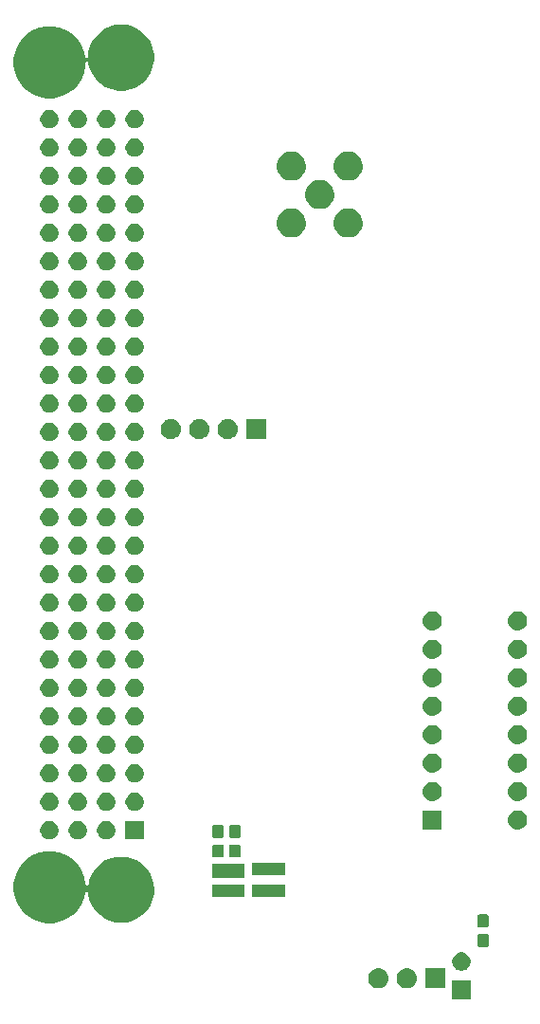
<source format=gts>
G04 #@! TF.GenerationSoftware,KiCad,Pcbnew,6.0.0-rc1-unknown-ad9916a~66~ubuntu18.04.1*
G04 #@! TF.CreationDate,2018-11-28T14:47:53-03:00*
G04 #@! TF.ProjectId,FOD,464f442e-6b69-4636-9164-5f7063625858,rev?*
G04 #@! TF.SameCoordinates,Original*
G04 #@! TF.FileFunction,Soldermask,Top*
G04 #@! TF.FilePolarity,Negative*
%FSLAX46Y46*%
G04 Gerber Fmt 4.6, Leading zero omitted, Abs format (unit mm)*
G04 Created by KiCad (PCBNEW 6.0.0-rc1-unknown-ad9916a~66~ubuntu18.04.1) date mié 28 nov 2018 14:47:53 -03*
%MOMM*%
%LPD*%
G01*
G04 APERTURE LIST*
%ADD10C,0.100000*%
G04 APERTURE END LIST*
D10*
G36*
X160669000Y-142053000D02*
X159043000Y-142053000D01*
X159043000Y-140427000D01*
X160669000Y-140427000D01*
X160669000Y-142053000D01*
X160669000Y-142053000D01*
G37*
G36*
X158407000Y-141101000D02*
X156605000Y-141101000D01*
X156605000Y-139299000D01*
X158407000Y-139299000D01*
X158407000Y-141101000D01*
X158407000Y-141101000D01*
G37*
G36*
X152536442Y-139305518D02*
X152602627Y-139312037D01*
X152715853Y-139346384D01*
X152772467Y-139363557D01*
X152878942Y-139420470D01*
X152928991Y-139447222D01*
X152964729Y-139476552D01*
X153066186Y-139559814D01*
X153149448Y-139661271D01*
X153178778Y-139697009D01*
X153178779Y-139697011D01*
X153262443Y-139853533D01*
X153262443Y-139853534D01*
X153313963Y-140023373D01*
X153331359Y-140200000D01*
X153313963Y-140376627D01*
X153279616Y-140489853D01*
X153262443Y-140546467D01*
X153188348Y-140685087D01*
X153178778Y-140702991D01*
X153149448Y-140738729D01*
X153066186Y-140840186D01*
X152964729Y-140923448D01*
X152928991Y-140952778D01*
X152928989Y-140952779D01*
X152772467Y-141036443D01*
X152715853Y-141053616D01*
X152602627Y-141087963D01*
X152536443Y-141094481D01*
X152470260Y-141101000D01*
X152381740Y-141101000D01*
X152315557Y-141094481D01*
X152249373Y-141087963D01*
X152136147Y-141053616D01*
X152079533Y-141036443D01*
X151923011Y-140952779D01*
X151923009Y-140952778D01*
X151887271Y-140923448D01*
X151785814Y-140840186D01*
X151702552Y-140738729D01*
X151673222Y-140702991D01*
X151663652Y-140685087D01*
X151589557Y-140546467D01*
X151572384Y-140489853D01*
X151538037Y-140376627D01*
X151520641Y-140200000D01*
X151538037Y-140023373D01*
X151589557Y-139853534D01*
X151589557Y-139853533D01*
X151673221Y-139697011D01*
X151673222Y-139697009D01*
X151702552Y-139661271D01*
X151785814Y-139559814D01*
X151887271Y-139476552D01*
X151923009Y-139447222D01*
X151973058Y-139420470D01*
X152079533Y-139363557D01*
X152136147Y-139346384D01*
X152249373Y-139312037D01*
X152315558Y-139305518D01*
X152381740Y-139299000D01*
X152470260Y-139299000D01*
X152536442Y-139305518D01*
X152536442Y-139305518D01*
G37*
G36*
X155076442Y-139305518D02*
X155142627Y-139312037D01*
X155255853Y-139346384D01*
X155312467Y-139363557D01*
X155418942Y-139420470D01*
X155468991Y-139447222D01*
X155504729Y-139476552D01*
X155606186Y-139559814D01*
X155689448Y-139661271D01*
X155718778Y-139697009D01*
X155718779Y-139697011D01*
X155802443Y-139853533D01*
X155802443Y-139853534D01*
X155853963Y-140023373D01*
X155871359Y-140200000D01*
X155853963Y-140376627D01*
X155819616Y-140489853D01*
X155802443Y-140546467D01*
X155728348Y-140685087D01*
X155718778Y-140702991D01*
X155689448Y-140738729D01*
X155606186Y-140840186D01*
X155504729Y-140923448D01*
X155468991Y-140952778D01*
X155468989Y-140952779D01*
X155312467Y-141036443D01*
X155255853Y-141053616D01*
X155142627Y-141087963D01*
X155076443Y-141094481D01*
X155010260Y-141101000D01*
X154921740Y-141101000D01*
X154855557Y-141094481D01*
X154789373Y-141087963D01*
X154676147Y-141053616D01*
X154619533Y-141036443D01*
X154463011Y-140952779D01*
X154463009Y-140952778D01*
X154427271Y-140923448D01*
X154325814Y-140840186D01*
X154242552Y-140738729D01*
X154213222Y-140702991D01*
X154203652Y-140685087D01*
X154129557Y-140546467D01*
X154112384Y-140489853D01*
X154078037Y-140376627D01*
X154060641Y-140200000D01*
X154078037Y-140023373D01*
X154129557Y-139853534D01*
X154129557Y-139853533D01*
X154213221Y-139697011D01*
X154213222Y-139697009D01*
X154242552Y-139661271D01*
X154325814Y-139559814D01*
X154427271Y-139476552D01*
X154463009Y-139447222D01*
X154513058Y-139420470D01*
X154619533Y-139363557D01*
X154676147Y-139346384D01*
X154789373Y-139312037D01*
X154855558Y-139305518D01*
X154921740Y-139299000D01*
X155010260Y-139299000D01*
X155076442Y-139305518D01*
X155076442Y-139305518D01*
G37*
G36*
X160093142Y-137918242D02*
X160241102Y-137979530D01*
X160374258Y-138068502D01*
X160487498Y-138181742D01*
X160576470Y-138314898D01*
X160637758Y-138462858D01*
X160669000Y-138619925D01*
X160669000Y-138780075D01*
X160637758Y-138937142D01*
X160576470Y-139085102D01*
X160487498Y-139218258D01*
X160374258Y-139331498D01*
X160241102Y-139420470D01*
X160093142Y-139481758D01*
X159936075Y-139513000D01*
X159775925Y-139513000D01*
X159618858Y-139481758D01*
X159470898Y-139420470D01*
X159337742Y-139331498D01*
X159224502Y-139218258D01*
X159135530Y-139085102D01*
X159074242Y-138937142D01*
X159043000Y-138780075D01*
X159043000Y-138619925D01*
X159074242Y-138462858D01*
X159135530Y-138314898D01*
X159224502Y-138181742D01*
X159337742Y-138068502D01*
X159470898Y-137979530D01*
X159618858Y-137918242D01*
X159775925Y-137887000D01*
X159936075Y-137887000D01*
X160093142Y-137918242D01*
X160093142Y-137918242D01*
G37*
G36*
X162164499Y-136253445D02*
X162201993Y-136264819D01*
X162236557Y-136283294D01*
X162266847Y-136308153D01*
X162291706Y-136338443D01*
X162310181Y-136373007D01*
X162321555Y-136410501D01*
X162326000Y-136455638D01*
X162326000Y-137194362D01*
X162321555Y-137239499D01*
X162310181Y-137276993D01*
X162291706Y-137311557D01*
X162266847Y-137341847D01*
X162236557Y-137366706D01*
X162201993Y-137385181D01*
X162164499Y-137396555D01*
X162119362Y-137401000D01*
X161480638Y-137401000D01*
X161435501Y-137396555D01*
X161398007Y-137385181D01*
X161363443Y-137366706D01*
X161333153Y-137341847D01*
X161308294Y-137311557D01*
X161289819Y-137276993D01*
X161278445Y-137239499D01*
X161274000Y-137194362D01*
X161274000Y-136455638D01*
X161278445Y-136410501D01*
X161289819Y-136373007D01*
X161308294Y-136338443D01*
X161333153Y-136308153D01*
X161363443Y-136283294D01*
X161398007Y-136264819D01*
X161435501Y-136253445D01*
X161480638Y-136249000D01*
X162119362Y-136249000D01*
X162164499Y-136253445D01*
X162164499Y-136253445D01*
G37*
G36*
X162164499Y-134503445D02*
X162201993Y-134514819D01*
X162236557Y-134533294D01*
X162266847Y-134558153D01*
X162291706Y-134588443D01*
X162310181Y-134623007D01*
X162321555Y-134660501D01*
X162326000Y-134705638D01*
X162326000Y-135444362D01*
X162321555Y-135489499D01*
X162310181Y-135526993D01*
X162291706Y-135561557D01*
X162266847Y-135591847D01*
X162236557Y-135616706D01*
X162201993Y-135635181D01*
X162164499Y-135646555D01*
X162119362Y-135651000D01*
X161480638Y-135651000D01*
X161435501Y-135646555D01*
X161398007Y-135635181D01*
X161363443Y-135616706D01*
X161333153Y-135591847D01*
X161308294Y-135561557D01*
X161289819Y-135526993D01*
X161278445Y-135489499D01*
X161274000Y-135444362D01*
X161274000Y-134705638D01*
X161278445Y-134660501D01*
X161289819Y-134623007D01*
X161308294Y-134588443D01*
X161333153Y-134558153D01*
X161363443Y-134533294D01*
X161398007Y-134514819D01*
X161435501Y-134503445D01*
X161480638Y-134499000D01*
X162119362Y-134499000D01*
X162164499Y-134503445D01*
X162164499Y-134503445D01*
G37*
G36*
X123990990Y-128957974D02*
X124578084Y-129201156D01*
X125106459Y-129554205D01*
X125555797Y-130003543D01*
X125908846Y-130531918D01*
X126152028Y-131119012D01*
X126276001Y-131742266D01*
X126276001Y-131801030D01*
X126278403Y-131825416D01*
X126285516Y-131848865D01*
X126297067Y-131870476D01*
X126312613Y-131889418D01*
X126331555Y-131904964D01*
X126353166Y-131916515D01*
X126376615Y-131923628D01*
X126401001Y-131926030D01*
X126425387Y-131923628D01*
X126448836Y-131916515D01*
X126470447Y-131904964D01*
X126489389Y-131889418D01*
X126504935Y-131870476D01*
X126516486Y-131848865D01*
X126523599Y-131825416D01*
X126540139Y-131742266D01*
X126602406Y-131429226D01*
X126824858Y-130892178D01*
X127147809Y-130408848D01*
X127558848Y-129997809D01*
X128042178Y-129674858D01*
X128579226Y-129452406D01*
X128938310Y-129380980D01*
X129149351Y-129339001D01*
X129730651Y-129339001D01*
X129941692Y-129380980D01*
X130300776Y-129452406D01*
X130837824Y-129674858D01*
X131321154Y-129997809D01*
X131732193Y-130408848D01*
X132055144Y-130892178D01*
X132277596Y-131429226D01*
X132339863Y-131742266D01*
X132375939Y-131923628D01*
X132391001Y-131999353D01*
X132391001Y-132580649D01*
X132277596Y-133150776D01*
X132055144Y-133687824D01*
X131732193Y-134171154D01*
X131321154Y-134582193D01*
X130837824Y-134905144D01*
X130300776Y-135127596D01*
X129958700Y-135195639D01*
X129730651Y-135241001D01*
X129149351Y-135241001D01*
X128921302Y-135195639D01*
X128579226Y-135127596D01*
X128042178Y-134905144D01*
X127558848Y-134582193D01*
X127147809Y-134171154D01*
X126824858Y-133687824D01*
X126602406Y-133150776D01*
X126489001Y-132580649D01*
X126489001Y-132576058D01*
X126486599Y-132551672D01*
X126479486Y-132528223D01*
X126467935Y-132506612D01*
X126452389Y-132487670D01*
X126433447Y-132472124D01*
X126411836Y-132460573D01*
X126388387Y-132453460D01*
X126364001Y-132451058D01*
X126339615Y-132453460D01*
X126316166Y-132460573D01*
X126294555Y-132472124D01*
X126275613Y-132487670D01*
X126260067Y-132506612D01*
X126248516Y-132528223D01*
X126241403Y-132551672D01*
X126152028Y-133000990D01*
X125908846Y-133588084D01*
X125555797Y-134116459D01*
X125106459Y-134565797D01*
X124578084Y-134918846D01*
X123990990Y-135162028D01*
X123367736Y-135286001D01*
X122732266Y-135286001D01*
X122109012Y-135162028D01*
X121521918Y-134918846D01*
X120993543Y-134565797D01*
X120544205Y-134116459D01*
X120191156Y-133588084D01*
X119947974Y-133000990D01*
X119824001Y-132377736D01*
X119824001Y-131742266D01*
X119947974Y-131119012D01*
X120191156Y-130531918D01*
X120544205Y-130003543D01*
X120993543Y-129554205D01*
X121521918Y-129201156D01*
X122109012Y-128957974D01*
X122732266Y-128834001D01*
X123367736Y-128834001D01*
X123990990Y-128957974D01*
X123990990Y-128957974D01*
G37*
G36*
X144076000Y-132901000D02*
X141174000Y-132901000D01*
X141174000Y-131799000D01*
X144076000Y-131799000D01*
X144076000Y-132901000D01*
X144076000Y-132901000D01*
G37*
G36*
X140476000Y-132901000D02*
X137574000Y-132901000D01*
X137574000Y-131799000D01*
X140476000Y-131799000D01*
X140476000Y-132901000D01*
X140476000Y-132901000D01*
G37*
G36*
X140476000Y-131281000D02*
X137574000Y-131281000D01*
X137574000Y-129979000D01*
X140476000Y-129979000D01*
X140476000Y-131281000D01*
X140476000Y-131281000D01*
G37*
G36*
X144076000Y-131001000D02*
X141174000Y-131001000D01*
X141174000Y-129899000D01*
X144076000Y-129899000D01*
X144076000Y-131001000D01*
X144076000Y-131001000D01*
G37*
G36*
X138464499Y-128253445D02*
X138501993Y-128264819D01*
X138536557Y-128283294D01*
X138566847Y-128308153D01*
X138591706Y-128338443D01*
X138610181Y-128373007D01*
X138621555Y-128410501D01*
X138626000Y-128455638D01*
X138626000Y-129194362D01*
X138621555Y-129239499D01*
X138610181Y-129276993D01*
X138591706Y-129311557D01*
X138566847Y-129341847D01*
X138536557Y-129366706D01*
X138501993Y-129385181D01*
X138464499Y-129396555D01*
X138419362Y-129401000D01*
X137780638Y-129401000D01*
X137735501Y-129396555D01*
X137698007Y-129385181D01*
X137663443Y-129366706D01*
X137633153Y-129341847D01*
X137608294Y-129311557D01*
X137589819Y-129276993D01*
X137578445Y-129239499D01*
X137574000Y-129194362D01*
X137574000Y-128455638D01*
X137578445Y-128410501D01*
X137589819Y-128373007D01*
X137608294Y-128338443D01*
X137633153Y-128308153D01*
X137663443Y-128283294D01*
X137698007Y-128264819D01*
X137735501Y-128253445D01*
X137780638Y-128249000D01*
X138419362Y-128249000D01*
X138464499Y-128253445D01*
X138464499Y-128253445D01*
G37*
G36*
X139964499Y-128253445D02*
X140001993Y-128264819D01*
X140036557Y-128283294D01*
X140066847Y-128308153D01*
X140091706Y-128338443D01*
X140110181Y-128373007D01*
X140121555Y-128410501D01*
X140126000Y-128455638D01*
X140126000Y-129194362D01*
X140121555Y-129239499D01*
X140110181Y-129276993D01*
X140091706Y-129311557D01*
X140066847Y-129341847D01*
X140036557Y-129366706D01*
X140001993Y-129385181D01*
X139964499Y-129396555D01*
X139919362Y-129401000D01*
X139280638Y-129401000D01*
X139235501Y-129396555D01*
X139198007Y-129385181D01*
X139163443Y-129366706D01*
X139133153Y-129341847D01*
X139108294Y-129311557D01*
X139089819Y-129276993D01*
X139078445Y-129239499D01*
X139074000Y-129194362D01*
X139074000Y-128455638D01*
X139078445Y-128410501D01*
X139089819Y-128373007D01*
X139108294Y-128338443D01*
X139133153Y-128308153D01*
X139163443Y-128283294D01*
X139198007Y-128264819D01*
X139235501Y-128253445D01*
X139280638Y-128249000D01*
X139919362Y-128249000D01*
X139964499Y-128253445D01*
X139964499Y-128253445D01*
G37*
G36*
X123267143Y-126198243D02*
X123415103Y-126259531D01*
X123482131Y-126304318D01*
X123548258Y-126348502D01*
X123661500Y-126461744D01*
X123689770Y-126504053D01*
X123750471Y-126594899D01*
X123811759Y-126742859D01*
X123843001Y-126899926D01*
X123843001Y-127060076D01*
X123811759Y-127217143D01*
X123750471Y-127365103D01*
X123705684Y-127432131D01*
X123661500Y-127498258D01*
X123548258Y-127611500D01*
X123496704Y-127645947D01*
X123415103Y-127700471D01*
X123267143Y-127761759D01*
X123110076Y-127793001D01*
X122949926Y-127793001D01*
X122792859Y-127761759D01*
X122644899Y-127700471D01*
X122563298Y-127645947D01*
X122511744Y-127611500D01*
X122398502Y-127498258D01*
X122354318Y-127432131D01*
X122309531Y-127365103D01*
X122248243Y-127217143D01*
X122217001Y-127060076D01*
X122217001Y-126899926D01*
X122248243Y-126742859D01*
X122309531Y-126594899D01*
X122370232Y-126504053D01*
X122398502Y-126461744D01*
X122511744Y-126348502D01*
X122577871Y-126304318D01*
X122644899Y-126259531D01*
X122792859Y-126198243D01*
X122949926Y-126167001D01*
X123110076Y-126167001D01*
X123267143Y-126198243D01*
X123267143Y-126198243D01*
G37*
G36*
X125807143Y-126198243D02*
X125955103Y-126259531D01*
X126022131Y-126304318D01*
X126088258Y-126348502D01*
X126201500Y-126461744D01*
X126229770Y-126504053D01*
X126290471Y-126594899D01*
X126351759Y-126742859D01*
X126383001Y-126899926D01*
X126383001Y-127060076D01*
X126351759Y-127217143D01*
X126290471Y-127365103D01*
X126245684Y-127432131D01*
X126201500Y-127498258D01*
X126088258Y-127611500D01*
X126036704Y-127645947D01*
X125955103Y-127700471D01*
X125807143Y-127761759D01*
X125650076Y-127793001D01*
X125489926Y-127793001D01*
X125332859Y-127761759D01*
X125184899Y-127700471D01*
X125103298Y-127645947D01*
X125051744Y-127611500D01*
X124938502Y-127498258D01*
X124894318Y-127432131D01*
X124849531Y-127365103D01*
X124788243Y-127217143D01*
X124757001Y-127060076D01*
X124757001Y-126899926D01*
X124788243Y-126742859D01*
X124849531Y-126594899D01*
X124910232Y-126504053D01*
X124938502Y-126461744D01*
X125051744Y-126348502D01*
X125117871Y-126304318D01*
X125184899Y-126259531D01*
X125332859Y-126198243D01*
X125489926Y-126167001D01*
X125650076Y-126167001D01*
X125807143Y-126198243D01*
X125807143Y-126198243D01*
G37*
G36*
X128347143Y-126198243D02*
X128495103Y-126259531D01*
X128562131Y-126304318D01*
X128628258Y-126348502D01*
X128741500Y-126461744D01*
X128769770Y-126504053D01*
X128830471Y-126594899D01*
X128891759Y-126742859D01*
X128923001Y-126899926D01*
X128923001Y-127060076D01*
X128891759Y-127217143D01*
X128830471Y-127365103D01*
X128785684Y-127432131D01*
X128741500Y-127498258D01*
X128628258Y-127611500D01*
X128576704Y-127645947D01*
X128495103Y-127700471D01*
X128347143Y-127761759D01*
X128190076Y-127793001D01*
X128029926Y-127793001D01*
X127872859Y-127761759D01*
X127724899Y-127700471D01*
X127643298Y-127645947D01*
X127591744Y-127611500D01*
X127478502Y-127498258D01*
X127434318Y-127432131D01*
X127389531Y-127365103D01*
X127328243Y-127217143D01*
X127297001Y-127060076D01*
X127297001Y-126899926D01*
X127328243Y-126742859D01*
X127389531Y-126594899D01*
X127450232Y-126504053D01*
X127478502Y-126461744D01*
X127591744Y-126348502D01*
X127657871Y-126304318D01*
X127724899Y-126259531D01*
X127872859Y-126198243D01*
X128029926Y-126167001D01*
X128190076Y-126167001D01*
X128347143Y-126198243D01*
X128347143Y-126198243D01*
G37*
G36*
X131463001Y-127793001D02*
X129837001Y-127793001D01*
X129837001Y-126167001D01*
X131463001Y-126167001D01*
X131463001Y-127793001D01*
X131463001Y-127793001D01*
G37*
G36*
X139964499Y-126503445D02*
X140001993Y-126514819D01*
X140036557Y-126533294D01*
X140066847Y-126558153D01*
X140091706Y-126588443D01*
X140110181Y-126623007D01*
X140121555Y-126660501D01*
X140126000Y-126705638D01*
X140126000Y-127444362D01*
X140121555Y-127489499D01*
X140110181Y-127526993D01*
X140091706Y-127561557D01*
X140066847Y-127591847D01*
X140036557Y-127616706D01*
X140001993Y-127635181D01*
X139964499Y-127646555D01*
X139919362Y-127651000D01*
X139280638Y-127651000D01*
X139235501Y-127646555D01*
X139198007Y-127635181D01*
X139163443Y-127616706D01*
X139133153Y-127591847D01*
X139108294Y-127561557D01*
X139089819Y-127526993D01*
X139078445Y-127489499D01*
X139074000Y-127444362D01*
X139074000Y-126705638D01*
X139078445Y-126660501D01*
X139089819Y-126623007D01*
X139108294Y-126588443D01*
X139133153Y-126558153D01*
X139163443Y-126533294D01*
X139198007Y-126514819D01*
X139235501Y-126503445D01*
X139280638Y-126499000D01*
X139919362Y-126499000D01*
X139964499Y-126503445D01*
X139964499Y-126503445D01*
G37*
G36*
X138464499Y-126503445D02*
X138501993Y-126514819D01*
X138536557Y-126533294D01*
X138566847Y-126558153D01*
X138591706Y-126588443D01*
X138610181Y-126623007D01*
X138621555Y-126660501D01*
X138626000Y-126705638D01*
X138626000Y-127444362D01*
X138621555Y-127489499D01*
X138610181Y-127526993D01*
X138591706Y-127561557D01*
X138566847Y-127591847D01*
X138536557Y-127616706D01*
X138501993Y-127635181D01*
X138464499Y-127646555D01*
X138419362Y-127651000D01*
X137780638Y-127651000D01*
X137735501Y-127646555D01*
X137698007Y-127635181D01*
X137663443Y-127616706D01*
X137633153Y-127591847D01*
X137608294Y-127561557D01*
X137589819Y-127526993D01*
X137578445Y-127489499D01*
X137574000Y-127444362D01*
X137574000Y-126705638D01*
X137578445Y-126660501D01*
X137589819Y-126623007D01*
X137608294Y-126588443D01*
X137633153Y-126558153D01*
X137663443Y-126533294D01*
X137698007Y-126514819D01*
X137735501Y-126503445D01*
X137780638Y-126499000D01*
X138419362Y-126499000D01*
X138464499Y-126503445D01*
X138464499Y-126503445D01*
G37*
G36*
X158101000Y-126901000D02*
X156399000Y-126901000D01*
X156399000Y-125199000D01*
X158101000Y-125199000D01*
X158101000Y-126901000D01*
X158101000Y-126901000D01*
G37*
G36*
X165036821Y-125211313D02*
X165036824Y-125211314D01*
X165036825Y-125211314D01*
X165197239Y-125259975D01*
X165197241Y-125259976D01*
X165197244Y-125259977D01*
X165345078Y-125338995D01*
X165474659Y-125445341D01*
X165581005Y-125574922D01*
X165660023Y-125722756D01*
X165708687Y-125883179D01*
X165725117Y-126050000D01*
X165708687Y-126216821D01*
X165708686Y-126216824D01*
X165708686Y-126216825D01*
X165695732Y-126259530D01*
X165660023Y-126377244D01*
X165581005Y-126525078D01*
X165474659Y-126654659D01*
X165345078Y-126761005D01*
X165197244Y-126840023D01*
X165197241Y-126840024D01*
X165197239Y-126840025D01*
X165036825Y-126888686D01*
X165036824Y-126888686D01*
X165036821Y-126888687D01*
X164911804Y-126901000D01*
X164828196Y-126901000D01*
X164703179Y-126888687D01*
X164703176Y-126888686D01*
X164703175Y-126888686D01*
X164542761Y-126840025D01*
X164542759Y-126840024D01*
X164542756Y-126840023D01*
X164394922Y-126761005D01*
X164265341Y-126654659D01*
X164158995Y-126525078D01*
X164079977Y-126377244D01*
X164044269Y-126259530D01*
X164031314Y-126216825D01*
X164031314Y-126216824D01*
X164031313Y-126216821D01*
X164014883Y-126050000D01*
X164031313Y-125883179D01*
X164079977Y-125722756D01*
X164158995Y-125574922D01*
X164265341Y-125445341D01*
X164394922Y-125338995D01*
X164542756Y-125259977D01*
X164542759Y-125259976D01*
X164542761Y-125259975D01*
X164703175Y-125211314D01*
X164703176Y-125211314D01*
X164703179Y-125211313D01*
X164828196Y-125199000D01*
X164911804Y-125199000D01*
X165036821Y-125211313D01*
X165036821Y-125211313D01*
G37*
G36*
X130887143Y-123658243D02*
X131035103Y-123719531D01*
X131168259Y-123808503D01*
X131281499Y-123921743D01*
X131370471Y-124054899D01*
X131431759Y-124202859D01*
X131463001Y-124359926D01*
X131463001Y-124520076D01*
X131431759Y-124677143D01*
X131370471Y-124825103D01*
X131281499Y-124958259D01*
X131168259Y-125071499D01*
X131035103Y-125160471D01*
X130887143Y-125221759D01*
X130730076Y-125253001D01*
X130569926Y-125253001D01*
X130412859Y-125221759D01*
X130264899Y-125160471D01*
X130131743Y-125071499D01*
X130018503Y-124958259D01*
X129929531Y-124825103D01*
X129868243Y-124677143D01*
X129837001Y-124520076D01*
X129837001Y-124359926D01*
X129868243Y-124202859D01*
X129929531Y-124054899D01*
X130018503Y-123921743D01*
X130131743Y-123808503D01*
X130264899Y-123719531D01*
X130412859Y-123658243D01*
X130569926Y-123627001D01*
X130730076Y-123627001D01*
X130887143Y-123658243D01*
X130887143Y-123658243D01*
G37*
G36*
X128347143Y-123658243D02*
X128495103Y-123719531D01*
X128628259Y-123808503D01*
X128741499Y-123921743D01*
X128830471Y-124054899D01*
X128891759Y-124202859D01*
X128923001Y-124359926D01*
X128923001Y-124520076D01*
X128891759Y-124677143D01*
X128830471Y-124825103D01*
X128741499Y-124958259D01*
X128628259Y-125071499D01*
X128495103Y-125160471D01*
X128347143Y-125221759D01*
X128190076Y-125253001D01*
X128029926Y-125253001D01*
X127872859Y-125221759D01*
X127724899Y-125160471D01*
X127591743Y-125071499D01*
X127478503Y-124958259D01*
X127389531Y-124825103D01*
X127328243Y-124677143D01*
X127297001Y-124520076D01*
X127297001Y-124359926D01*
X127328243Y-124202859D01*
X127389531Y-124054899D01*
X127478503Y-123921743D01*
X127591743Y-123808503D01*
X127724899Y-123719531D01*
X127872859Y-123658243D01*
X128029926Y-123627001D01*
X128190076Y-123627001D01*
X128347143Y-123658243D01*
X128347143Y-123658243D01*
G37*
G36*
X125807143Y-123658243D02*
X125955103Y-123719531D01*
X126088259Y-123808503D01*
X126201499Y-123921743D01*
X126290471Y-124054899D01*
X126351759Y-124202859D01*
X126383001Y-124359926D01*
X126383001Y-124520076D01*
X126351759Y-124677143D01*
X126290471Y-124825103D01*
X126201499Y-124958259D01*
X126088259Y-125071499D01*
X125955103Y-125160471D01*
X125807143Y-125221759D01*
X125650076Y-125253001D01*
X125489926Y-125253001D01*
X125332859Y-125221759D01*
X125184899Y-125160471D01*
X125051743Y-125071499D01*
X124938503Y-124958259D01*
X124849531Y-124825103D01*
X124788243Y-124677143D01*
X124757001Y-124520076D01*
X124757001Y-124359926D01*
X124788243Y-124202859D01*
X124849531Y-124054899D01*
X124938503Y-123921743D01*
X125051743Y-123808503D01*
X125184899Y-123719531D01*
X125332859Y-123658243D01*
X125489926Y-123627001D01*
X125650076Y-123627001D01*
X125807143Y-123658243D01*
X125807143Y-123658243D01*
G37*
G36*
X123267143Y-123658243D02*
X123415103Y-123719531D01*
X123548259Y-123808503D01*
X123661499Y-123921743D01*
X123750471Y-124054899D01*
X123811759Y-124202859D01*
X123843001Y-124359926D01*
X123843001Y-124520076D01*
X123811759Y-124677143D01*
X123750471Y-124825103D01*
X123661499Y-124958259D01*
X123548259Y-125071499D01*
X123415103Y-125160471D01*
X123267143Y-125221759D01*
X123110076Y-125253001D01*
X122949926Y-125253001D01*
X122792859Y-125221759D01*
X122644899Y-125160471D01*
X122511743Y-125071499D01*
X122398503Y-124958259D01*
X122309531Y-124825103D01*
X122248243Y-124677143D01*
X122217001Y-124520076D01*
X122217001Y-124359926D01*
X122248243Y-124202859D01*
X122309531Y-124054899D01*
X122398503Y-123921743D01*
X122511743Y-123808503D01*
X122644899Y-123719531D01*
X122792859Y-123658243D01*
X122949926Y-123627001D01*
X123110076Y-123627001D01*
X123267143Y-123658243D01*
X123267143Y-123658243D01*
G37*
G36*
X157416821Y-122671313D02*
X157416824Y-122671314D01*
X157416825Y-122671314D01*
X157577239Y-122719975D01*
X157577241Y-122719976D01*
X157577244Y-122719977D01*
X157725078Y-122798995D01*
X157854659Y-122905341D01*
X157961005Y-123034922D01*
X158040023Y-123182756D01*
X158088687Y-123343179D01*
X158105117Y-123510000D01*
X158088687Y-123676821D01*
X158088686Y-123676824D01*
X158088686Y-123676825D01*
X158075732Y-123719530D01*
X158040023Y-123837244D01*
X157961005Y-123985078D01*
X157854659Y-124114659D01*
X157725078Y-124221005D01*
X157577244Y-124300023D01*
X157577241Y-124300024D01*
X157577239Y-124300025D01*
X157416825Y-124348686D01*
X157416824Y-124348686D01*
X157416821Y-124348687D01*
X157291804Y-124361000D01*
X157208196Y-124361000D01*
X157083179Y-124348687D01*
X157083176Y-124348686D01*
X157083175Y-124348686D01*
X156922761Y-124300025D01*
X156922759Y-124300024D01*
X156922756Y-124300023D01*
X156774922Y-124221005D01*
X156645341Y-124114659D01*
X156538995Y-123985078D01*
X156459977Y-123837244D01*
X156424269Y-123719530D01*
X156411314Y-123676825D01*
X156411314Y-123676824D01*
X156411313Y-123676821D01*
X156394883Y-123510000D01*
X156411313Y-123343179D01*
X156459977Y-123182756D01*
X156538995Y-123034922D01*
X156645341Y-122905341D01*
X156774922Y-122798995D01*
X156922756Y-122719977D01*
X156922759Y-122719976D01*
X156922761Y-122719975D01*
X157083175Y-122671314D01*
X157083176Y-122671314D01*
X157083179Y-122671313D01*
X157208196Y-122659000D01*
X157291804Y-122659000D01*
X157416821Y-122671313D01*
X157416821Y-122671313D01*
G37*
G36*
X165036821Y-122671313D02*
X165036824Y-122671314D01*
X165036825Y-122671314D01*
X165197239Y-122719975D01*
X165197241Y-122719976D01*
X165197244Y-122719977D01*
X165345078Y-122798995D01*
X165474659Y-122905341D01*
X165581005Y-123034922D01*
X165660023Y-123182756D01*
X165708687Y-123343179D01*
X165725117Y-123510000D01*
X165708687Y-123676821D01*
X165708686Y-123676824D01*
X165708686Y-123676825D01*
X165695732Y-123719530D01*
X165660023Y-123837244D01*
X165581005Y-123985078D01*
X165474659Y-124114659D01*
X165345078Y-124221005D01*
X165197244Y-124300023D01*
X165197241Y-124300024D01*
X165197239Y-124300025D01*
X165036825Y-124348686D01*
X165036824Y-124348686D01*
X165036821Y-124348687D01*
X164911804Y-124361000D01*
X164828196Y-124361000D01*
X164703179Y-124348687D01*
X164703176Y-124348686D01*
X164703175Y-124348686D01*
X164542761Y-124300025D01*
X164542759Y-124300024D01*
X164542756Y-124300023D01*
X164394922Y-124221005D01*
X164265341Y-124114659D01*
X164158995Y-123985078D01*
X164079977Y-123837244D01*
X164044269Y-123719530D01*
X164031314Y-123676825D01*
X164031314Y-123676824D01*
X164031313Y-123676821D01*
X164014883Y-123510000D01*
X164031313Y-123343179D01*
X164079977Y-123182756D01*
X164158995Y-123034922D01*
X164265341Y-122905341D01*
X164394922Y-122798995D01*
X164542756Y-122719977D01*
X164542759Y-122719976D01*
X164542761Y-122719975D01*
X164703175Y-122671314D01*
X164703176Y-122671314D01*
X164703179Y-122671313D01*
X164828196Y-122659000D01*
X164911804Y-122659000D01*
X165036821Y-122671313D01*
X165036821Y-122671313D01*
G37*
G36*
X123267143Y-121118243D02*
X123415103Y-121179531D01*
X123548259Y-121268503D01*
X123661499Y-121381743D01*
X123750471Y-121514899D01*
X123811759Y-121662859D01*
X123843001Y-121819926D01*
X123843001Y-121980076D01*
X123811759Y-122137143D01*
X123750471Y-122285103D01*
X123661499Y-122418259D01*
X123548259Y-122531499D01*
X123415103Y-122620471D01*
X123267143Y-122681759D01*
X123110076Y-122713001D01*
X122949926Y-122713001D01*
X122792859Y-122681759D01*
X122644899Y-122620471D01*
X122511743Y-122531499D01*
X122398503Y-122418259D01*
X122309531Y-122285103D01*
X122248243Y-122137143D01*
X122217001Y-121980076D01*
X122217001Y-121819926D01*
X122248243Y-121662859D01*
X122309531Y-121514899D01*
X122398503Y-121381743D01*
X122511743Y-121268503D01*
X122644899Y-121179531D01*
X122792859Y-121118243D01*
X122949926Y-121087001D01*
X123110076Y-121087001D01*
X123267143Y-121118243D01*
X123267143Y-121118243D01*
G37*
G36*
X128347143Y-121118243D02*
X128495103Y-121179531D01*
X128628259Y-121268503D01*
X128741499Y-121381743D01*
X128830471Y-121514899D01*
X128891759Y-121662859D01*
X128923001Y-121819926D01*
X128923001Y-121980076D01*
X128891759Y-122137143D01*
X128830471Y-122285103D01*
X128741499Y-122418259D01*
X128628259Y-122531499D01*
X128495103Y-122620471D01*
X128347143Y-122681759D01*
X128190076Y-122713001D01*
X128029926Y-122713001D01*
X127872859Y-122681759D01*
X127724899Y-122620471D01*
X127591743Y-122531499D01*
X127478503Y-122418259D01*
X127389531Y-122285103D01*
X127328243Y-122137143D01*
X127297001Y-121980076D01*
X127297001Y-121819926D01*
X127328243Y-121662859D01*
X127389531Y-121514899D01*
X127478503Y-121381743D01*
X127591743Y-121268503D01*
X127724899Y-121179531D01*
X127872859Y-121118243D01*
X128029926Y-121087001D01*
X128190076Y-121087001D01*
X128347143Y-121118243D01*
X128347143Y-121118243D01*
G37*
G36*
X125807143Y-121118243D02*
X125955103Y-121179531D01*
X126088259Y-121268503D01*
X126201499Y-121381743D01*
X126290471Y-121514899D01*
X126351759Y-121662859D01*
X126383001Y-121819926D01*
X126383001Y-121980076D01*
X126351759Y-122137143D01*
X126290471Y-122285103D01*
X126201499Y-122418259D01*
X126088259Y-122531499D01*
X125955103Y-122620471D01*
X125807143Y-122681759D01*
X125650076Y-122713001D01*
X125489926Y-122713001D01*
X125332859Y-122681759D01*
X125184899Y-122620471D01*
X125051743Y-122531499D01*
X124938503Y-122418259D01*
X124849531Y-122285103D01*
X124788243Y-122137143D01*
X124757001Y-121980076D01*
X124757001Y-121819926D01*
X124788243Y-121662859D01*
X124849531Y-121514899D01*
X124938503Y-121381743D01*
X125051743Y-121268503D01*
X125184899Y-121179531D01*
X125332859Y-121118243D01*
X125489926Y-121087001D01*
X125650076Y-121087001D01*
X125807143Y-121118243D01*
X125807143Y-121118243D01*
G37*
G36*
X130887143Y-121118243D02*
X131035103Y-121179531D01*
X131168259Y-121268503D01*
X131281499Y-121381743D01*
X131370471Y-121514899D01*
X131431759Y-121662859D01*
X131463001Y-121819926D01*
X131463001Y-121980076D01*
X131431759Y-122137143D01*
X131370471Y-122285103D01*
X131281499Y-122418259D01*
X131168259Y-122531499D01*
X131035103Y-122620471D01*
X130887143Y-122681759D01*
X130730076Y-122713001D01*
X130569926Y-122713001D01*
X130412859Y-122681759D01*
X130264899Y-122620471D01*
X130131743Y-122531499D01*
X130018503Y-122418259D01*
X129929531Y-122285103D01*
X129868243Y-122137143D01*
X129837001Y-121980076D01*
X129837001Y-121819926D01*
X129868243Y-121662859D01*
X129929531Y-121514899D01*
X130018503Y-121381743D01*
X130131743Y-121268503D01*
X130264899Y-121179531D01*
X130412859Y-121118243D01*
X130569926Y-121087001D01*
X130730076Y-121087001D01*
X130887143Y-121118243D01*
X130887143Y-121118243D01*
G37*
G36*
X165036821Y-120131313D02*
X165036824Y-120131314D01*
X165036825Y-120131314D01*
X165197239Y-120179975D01*
X165197241Y-120179976D01*
X165197244Y-120179977D01*
X165345078Y-120258995D01*
X165474659Y-120365341D01*
X165581005Y-120494922D01*
X165660023Y-120642756D01*
X165708687Y-120803179D01*
X165725117Y-120970000D01*
X165708687Y-121136821D01*
X165708686Y-121136824D01*
X165708686Y-121136825D01*
X165695732Y-121179530D01*
X165660023Y-121297244D01*
X165581005Y-121445078D01*
X165474659Y-121574659D01*
X165345078Y-121681005D01*
X165197244Y-121760023D01*
X165197241Y-121760024D01*
X165197239Y-121760025D01*
X165036825Y-121808686D01*
X165036824Y-121808686D01*
X165036821Y-121808687D01*
X164911804Y-121821000D01*
X164828196Y-121821000D01*
X164703179Y-121808687D01*
X164703176Y-121808686D01*
X164703175Y-121808686D01*
X164542761Y-121760025D01*
X164542759Y-121760024D01*
X164542756Y-121760023D01*
X164394922Y-121681005D01*
X164265341Y-121574659D01*
X164158995Y-121445078D01*
X164079977Y-121297244D01*
X164044269Y-121179530D01*
X164031314Y-121136825D01*
X164031314Y-121136824D01*
X164031313Y-121136821D01*
X164014883Y-120970000D01*
X164031313Y-120803179D01*
X164079977Y-120642756D01*
X164158995Y-120494922D01*
X164265341Y-120365341D01*
X164394922Y-120258995D01*
X164542756Y-120179977D01*
X164542759Y-120179976D01*
X164542761Y-120179975D01*
X164703175Y-120131314D01*
X164703176Y-120131314D01*
X164703179Y-120131313D01*
X164828196Y-120119000D01*
X164911804Y-120119000D01*
X165036821Y-120131313D01*
X165036821Y-120131313D01*
G37*
G36*
X157416821Y-120131313D02*
X157416824Y-120131314D01*
X157416825Y-120131314D01*
X157577239Y-120179975D01*
X157577241Y-120179976D01*
X157577244Y-120179977D01*
X157725078Y-120258995D01*
X157854659Y-120365341D01*
X157961005Y-120494922D01*
X158040023Y-120642756D01*
X158088687Y-120803179D01*
X158105117Y-120970000D01*
X158088687Y-121136821D01*
X158088686Y-121136824D01*
X158088686Y-121136825D01*
X158075732Y-121179530D01*
X158040023Y-121297244D01*
X157961005Y-121445078D01*
X157854659Y-121574659D01*
X157725078Y-121681005D01*
X157577244Y-121760023D01*
X157577241Y-121760024D01*
X157577239Y-121760025D01*
X157416825Y-121808686D01*
X157416824Y-121808686D01*
X157416821Y-121808687D01*
X157291804Y-121821000D01*
X157208196Y-121821000D01*
X157083179Y-121808687D01*
X157083176Y-121808686D01*
X157083175Y-121808686D01*
X156922761Y-121760025D01*
X156922759Y-121760024D01*
X156922756Y-121760023D01*
X156774922Y-121681005D01*
X156645341Y-121574659D01*
X156538995Y-121445078D01*
X156459977Y-121297244D01*
X156424269Y-121179530D01*
X156411314Y-121136825D01*
X156411314Y-121136824D01*
X156411313Y-121136821D01*
X156394883Y-120970000D01*
X156411313Y-120803179D01*
X156459977Y-120642756D01*
X156538995Y-120494922D01*
X156645341Y-120365341D01*
X156774922Y-120258995D01*
X156922756Y-120179977D01*
X156922759Y-120179976D01*
X156922761Y-120179975D01*
X157083175Y-120131314D01*
X157083176Y-120131314D01*
X157083179Y-120131313D01*
X157208196Y-120119000D01*
X157291804Y-120119000D01*
X157416821Y-120131313D01*
X157416821Y-120131313D01*
G37*
G36*
X128347143Y-118578243D02*
X128495103Y-118639531D01*
X128628259Y-118728503D01*
X128741499Y-118841743D01*
X128830471Y-118974899D01*
X128891759Y-119122859D01*
X128923001Y-119279926D01*
X128923001Y-119440076D01*
X128891759Y-119597143D01*
X128830471Y-119745103D01*
X128741499Y-119878259D01*
X128628259Y-119991499D01*
X128495103Y-120080471D01*
X128347143Y-120141759D01*
X128190076Y-120173001D01*
X128029926Y-120173001D01*
X127872859Y-120141759D01*
X127724899Y-120080471D01*
X127591743Y-119991499D01*
X127478503Y-119878259D01*
X127389531Y-119745103D01*
X127328243Y-119597143D01*
X127297001Y-119440076D01*
X127297001Y-119279926D01*
X127328243Y-119122859D01*
X127389531Y-118974899D01*
X127478503Y-118841743D01*
X127591743Y-118728503D01*
X127724899Y-118639531D01*
X127872859Y-118578243D01*
X128029926Y-118547001D01*
X128190076Y-118547001D01*
X128347143Y-118578243D01*
X128347143Y-118578243D01*
G37*
G36*
X130887143Y-118578243D02*
X131035103Y-118639531D01*
X131168259Y-118728503D01*
X131281499Y-118841743D01*
X131370471Y-118974899D01*
X131431759Y-119122859D01*
X131463001Y-119279926D01*
X131463001Y-119440076D01*
X131431759Y-119597143D01*
X131370471Y-119745103D01*
X131281499Y-119878259D01*
X131168259Y-119991499D01*
X131035103Y-120080471D01*
X130887143Y-120141759D01*
X130730076Y-120173001D01*
X130569926Y-120173001D01*
X130412859Y-120141759D01*
X130264899Y-120080471D01*
X130131743Y-119991499D01*
X130018503Y-119878259D01*
X129929531Y-119745103D01*
X129868243Y-119597143D01*
X129837001Y-119440076D01*
X129837001Y-119279926D01*
X129868243Y-119122859D01*
X129929531Y-118974899D01*
X130018503Y-118841743D01*
X130131743Y-118728503D01*
X130264899Y-118639531D01*
X130412859Y-118578243D01*
X130569926Y-118547001D01*
X130730076Y-118547001D01*
X130887143Y-118578243D01*
X130887143Y-118578243D01*
G37*
G36*
X123267143Y-118578243D02*
X123415103Y-118639531D01*
X123548259Y-118728503D01*
X123661499Y-118841743D01*
X123750471Y-118974899D01*
X123811759Y-119122859D01*
X123843001Y-119279926D01*
X123843001Y-119440076D01*
X123811759Y-119597143D01*
X123750471Y-119745103D01*
X123661499Y-119878259D01*
X123548259Y-119991499D01*
X123415103Y-120080471D01*
X123267143Y-120141759D01*
X123110076Y-120173001D01*
X122949926Y-120173001D01*
X122792859Y-120141759D01*
X122644899Y-120080471D01*
X122511743Y-119991499D01*
X122398503Y-119878259D01*
X122309531Y-119745103D01*
X122248243Y-119597143D01*
X122217001Y-119440076D01*
X122217001Y-119279926D01*
X122248243Y-119122859D01*
X122309531Y-118974899D01*
X122398503Y-118841743D01*
X122511743Y-118728503D01*
X122644899Y-118639531D01*
X122792859Y-118578243D01*
X122949926Y-118547001D01*
X123110076Y-118547001D01*
X123267143Y-118578243D01*
X123267143Y-118578243D01*
G37*
G36*
X125807143Y-118578243D02*
X125955103Y-118639531D01*
X126088259Y-118728503D01*
X126201499Y-118841743D01*
X126290471Y-118974899D01*
X126351759Y-119122859D01*
X126383001Y-119279926D01*
X126383001Y-119440076D01*
X126351759Y-119597143D01*
X126290471Y-119745103D01*
X126201499Y-119878259D01*
X126088259Y-119991499D01*
X125955103Y-120080471D01*
X125807143Y-120141759D01*
X125650076Y-120173001D01*
X125489926Y-120173001D01*
X125332859Y-120141759D01*
X125184899Y-120080471D01*
X125051743Y-119991499D01*
X124938503Y-119878259D01*
X124849531Y-119745103D01*
X124788243Y-119597143D01*
X124757001Y-119440076D01*
X124757001Y-119279926D01*
X124788243Y-119122859D01*
X124849531Y-118974899D01*
X124938503Y-118841743D01*
X125051743Y-118728503D01*
X125184899Y-118639531D01*
X125332859Y-118578243D01*
X125489926Y-118547001D01*
X125650076Y-118547001D01*
X125807143Y-118578243D01*
X125807143Y-118578243D01*
G37*
G36*
X165036821Y-117591313D02*
X165036824Y-117591314D01*
X165036825Y-117591314D01*
X165197239Y-117639975D01*
X165197241Y-117639976D01*
X165197244Y-117639977D01*
X165345078Y-117718995D01*
X165474659Y-117825341D01*
X165581005Y-117954922D01*
X165660023Y-118102756D01*
X165708687Y-118263179D01*
X165725117Y-118430000D01*
X165708687Y-118596821D01*
X165708686Y-118596824D01*
X165708686Y-118596825D01*
X165695732Y-118639530D01*
X165660023Y-118757244D01*
X165581005Y-118905078D01*
X165474659Y-119034659D01*
X165345078Y-119141005D01*
X165197244Y-119220023D01*
X165197241Y-119220024D01*
X165197239Y-119220025D01*
X165036825Y-119268686D01*
X165036824Y-119268686D01*
X165036821Y-119268687D01*
X164911804Y-119281000D01*
X164828196Y-119281000D01*
X164703179Y-119268687D01*
X164703176Y-119268686D01*
X164703175Y-119268686D01*
X164542761Y-119220025D01*
X164542759Y-119220024D01*
X164542756Y-119220023D01*
X164394922Y-119141005D01*
X164265341Y-119034659D01*
X164158995Y-118905078D01*
X164079977Y-118757244D01*
X164044269Y-118639530D01*
X164031314Y-118596825D01*
X164031314Y-118596824D01*
X164031313Y-118596821D01*
X164014883Y-118430000D01*
X164031313Y-118263179D01*
X164079977Y-118102756D01*
X164158995Y-117954922D01*
X164265341Y-117825341D01*
X164394922Y-117718995D01*
X164542756Y-117639977D01*
X164542759Y-117639976D01*
X164542761Y-117639975D01*
X164703175Y-117591314D01*
X164703176Y-117591314D01*
X164703179Y-117591313D01*
X164828196Y-117579000D01*
X164911804Y-117579000D01*
X165036821Y-117591313D01*
X165036821Y-117591313D01*
G37*
G36*
X157416821Y-117591313D02*
X157416824Y-117591314D01*
X157416825Y-117591314D01*
X157577239Y-117639975D01*
X157577241Y-117639976D01*
X157577244Y-117639977D01*
X157725078Y-117718995D01*
X157854659Y-117825341D01*
X157961005Y-117954922D01*
X158040023Y-118102756D01*
X158088687Y-118263179D01*
X158105117Y-118430000D01*
X158088687Y-118596821D01*
X158088686Y-118596824D01*
X158088686Y-118596825D01*
X158075732Y-118639530D01*
X158040023Y-118757244D01*
X157961005Y-118905078D01*
X157854659Y-119034659D01*
X157725078Y-119141005D01*
X157577244Y-119220023D01*
X157577241Y-119220024D01*
X157577239Y-119220025D01*
X157416825Y-119268686D01*
X157416824Y-119268686D01*
X157416821Y-119268687D01*
X157291804Y-119281000D01*
X157208196Y-119281000D01*
X157083179Y-119268687D01*
X157083176Y-119268686D01*
X157083175Y-119268686D01*
X156922761Y-119220025D01*
X156922759Y-119220024D01*
X156922756Y-119220023D01*
X156774922Y-119141005D01*
X156645341Y-119034659D01*
X156538995Y-118905078D01*
X156459977Y-118757244D01*
X156424269Y-118639530D01*
X156411314Y-118596825D01*
X156411314Y-118596824D01*
X156411313Y-118596821D01*
X156394883Y-118430000D01*
X156411313Y-118263179D01*
X156459977Y-118102756D01*
X156538995Y-117954922D01*
X156645341Y-117825341D01*
X156774922Y-117718995D01*
X156922756Y-117639977D01*
X156922759Y-117639976D01*
X156922761Y-117639975D01*
X157083175Y-117591314D01*
X157083176Y-117591314D01*
X157083179Y-117591313D01*
X157208196Y-117579000D01*
X157291804Y-117579000D01*
X157416821Y-117591313D01*
X157416821Y-117591313D01*
G37*
G36*
X125807143Y-116038243D02*
X125955103Y-116099531D01*
X126088259Y-116188503D01*
X126201499Y-116301743D01*
X126290471Y-116434899D01*
X126351759Y-116582859D01*
X126383001Y-116739926D01*
X126383001Y-116900076D01*
X126351759Y-117057143D01*
X126290471Y-117205103D01*
X126201499Y-117338259D01*
X126088259Y-117451499D01*
X125955103Y-117540471D01*
X125807143Y-117601759D01*
X125650076Y-117633001D01*
X125489926Y-117633001D01*
X125332859Y-117601759D01*
X125184899Y-117540471D01*
X125051743Y-117451499D01*
X124938503Y-117338259D01*
X124849531Y-117205103D01*
X124788243Y-117057143D01*
X124757001Y-116900076D01*
X124757001Y-116739926D01*
X124788243Y-116582859D01*
X124849531Y-116434899D01*
X124938503Y-116301743D01*
X125051743Y-116188503D01*
X125184899Y-116099531D01*
X125332859Y-116038243D01*
X125489926Y-116007001D01*
X125650076Y-116007001D01*
X125807143Y-116038243D01*
X125807143Y-116038243D01*
G37*
G36*
X123267143Y-116038243D02*
X123415103Y-116099531D01*
X123548259Y-116188503D01*
X123661499Y-116301743D01*
X123750471Y-116434899D01*
X123811759Y-116582859D01*
X123843001Y-116739926D01*
X123843001Y-116900076D01*
X123811759Y-117057143D01*
X123750471Y-117205103D01*
X123661499Y-117338259D01*
X123548259Y-117451499D01*
X123415103Y-117540471D01*
X123267143Y-117601759D01*
X123110076Y-117633001D01*
X122949926Y-117633001D01*
X122792859Y-117601759D01*
X122644899Y-117540471D01*
X122511743Y-117451499D01*
X122398503Y-117338259D01*
X122309531Y-117205103D01*
X122248243Y-117057143D01*
X122217001Y-116900076D01*
X122217001Y-116739926D01*
X122248243Y-116582859D01*
X122309531Y-116434899D01*
X122398503Y-116301743D01*
X122511743Y-116188503D01*
X122644899Y-116099531D01*
X122792859Y-116038243D01*
X122949926Y-116007001D01*
X123110076Y-116007001D01*
X123267143Y-116038243D01*
X123267143Y-116038243D01*
G37*
G36*
X128347143Y-116038243D02*
X128495103Y-116099531D01*
X128628259Y-116188503D01*
X128741499Y-116301743D01*
X128830471Y-116434899D01*
X128891759Y-116582859D01*
X128923001Y-116739926D01*
X128923001Y-116900076D01*
X128891759Y-117057143D01*
X128830471Y-117205103D01*
X128741499Y-117338259D01*
X128628259Y-117451499D01*
X128495103Y-117540471D01*
X128347143Y-117601759D01*
X128190076Y-117633001D01*
X128029926Y-117633001D01*
X127872859Y-117601759D01*
X127724899Y-117540471D01*
X127591743Y-117451499D01*
X127478503Y-117338259D01*
X127389531Y-117205103D01*
X127328243Y-117057143D01*
X127297001Y-116900076D01*
X127297001Y-116739926D01*
X127328243Y-116582859D01*
X127389531Y-116434899D01*
X127478503Y-116301743D01*
X127591743Y-116188503D01*
X127724899Y-116099531D01*
X127872859Y-116038243D01*
X128029926Y-116007001D01*
X128190076Y-116007001D01*
X128347143Y-116038243D01*
X128347143Y-116038243D01*
G37*
G36*
X130887143Y-116038243D02*
X131035103Y-116099531D01*
X131168259Y-116188503D01*
X131281499Y-116301743D01*
X131370471Y-116434899D01*
X131431759Y-116582859D01*
X131463001Y-116739926D01*
X131463001Y-116900076D01*
X131431759Y-117057143D01*
X131370471Y-117205103D01*
X131281499Y-117338259D01*
X131168259Y-117451499D01*
X131035103Y-117540471D01*
X130887143Y-117601759D01*
X130730076Y-117633001D01*
X130569926Y-117633001D01*
X130412859Y-117601759D01*
X130264899Y-117540471D01*
X130131743Y-117451499D01*
X130018503Y-117338259D01*
X129929531Y-117205103D01*
X129868243Y-117057143D01*
X129837001Y-116900076D01*
X129837001Y-116739926D01*
X129868243Y-116582859D01*
X129929531Y-116434899D01*
X130018503Y-116301743D01*
X130131743Y-116188503D01*
X130264899Y-116099531D01*
X130412859Y-116038243D01*
X130569926Y-116007001D01*
X130730076Y-116007001D01*
X130887143Y-116038243D01*
X130887143Y-116038243D01*
G37*
G36*
X157416821Y-115051313D02*
X157416824Y-115051314D01*
X157416825Y-115051314D01*
X157577239Y-115099975D01*
X157577241Y-115099976D01*
X157577244Y-115099977D01*
X157725078Y-115178995D01*
X157854659Y-115285341D01*
X157961005Y-115414922D01*
X158040023Y-115562756D01*
X158088687Y-115723179D01*
X158105117Y-115890000D01*
X158088687Y-116056821D01*
X158088686Y-116056824D01*
X158088686Y-116056825D01*
X158075732Y-116099530D01*
X158040023Y-116217244D01*
X157961005Y-116365078D01*
X157854659Y-116494659D01*
X157725078Y-116601005D01*
X157577244Y-116680023D01*
X157577241Y-116680024D01*
X157577239Y-116680025D01*
X157416825Y-116728686D01*
X157416824Y-116728686D01*
X157416821Y-116728687D01*
X157291804Y-116741000D01*
X157208196Y-116741000D01*
X157083179Y-116728687D01*
X157083176Y-116728686D01*
X157083175Y-116728686D01*
X156922761Y-116680025D01*
X156922759Y-116680024D01*
X156922756Y-116680023D01*
X156774922Y-116601005D01*
X156645341Y-116494659D01*
X156538995Y-116365078D01*
X156459977Y-116217244D01*
X156424269Y-116099530D01*
X156411314Y-116056825D01*
X156411314Y-116056824D01*
X156411313Y-116056821D01*
X156394883Y-115890000D01*
X156411313Y-115723179D01*
X156459977Y-115562756D01*
X156538995Y-115414922D01*
X156645341Y-115285341D01*
X156774922Y-115178995D01*
X156922756Y-115099977D01*
X156922759Y-115099976D01*
X156922761Y-115099975D01*
X157083175Y-115051314D01*
X157083176Y-115051314D01*
X157083179Y-115051313D01*
X157208196Y-115039000D01*
X157291804Y-115039000D01*
X157416821Y-115051313D01*
X157416821Y-115051313D01*
G37*
G36*
X165036821Y-115051313D02*
X165036824Y-115051314D01*
X165036825Y-115051314D01*
X165197239Y-115099975D01*
X165197241Y-115099976D01*
X165197244Y-115099977D01*
X165345078Y-115178995D01*
X165474659Y-115285341D01*
X165581005Y-115414922D01*
X165660023Y-115562756D01*
X165708687Y-115723179D01*
X165725117Y-115890000D01*
X165708687Y-116056821D01*
X165708686Y-116056824D01*
X165708686Y-116056825D01*
X165695732Y-116099530D01*
X165660023Y-116217244D01*
X165581005Y-116365078D01*
X165474659Y-116494659D01*
X165345078Y-116601005D01*
X165197244Y-116680023D01*
X165197241Y-116680024D01*
X165197239Y-116680025D01*
X165036825Y-116728686D01*
X165036824Y-116728686D01*
X165036821Y-116728687D01*
X164911804Y-116741000D01*
X164828196Y-116741000D01*
X164703179Y-116728687D01*
X164703176Y-116728686D01*
X164703175Y-116728686D01*
X164542761Y-116680025D01*
X164542759Y-116680024D01*
X164542756Y-116680023D01*
X164394922Y-116601005D01*
X164265341Y-116494659D01*
X164158995Y-116365078D01*
X164079977Y-116217244D01*
X164044269Y-116099530D01*
X164031314Y-116056825D01*
X164031314Y-116056824D01*
X164031313Y-116056821D01*
X164014883Y-115890000D01*
X164031313Y-115723179D01*
X164079977Y-115562756D01*
X164158995Y-115414922D01*
X164265341Y-115285341D01*
X164394922Y-115178995D01*
X164542756Y-115099977D01*
X164542759Y-115099976D01*
X164542761Y-115099975D01*
X164703175Y-115051314D01*
X164703176Y-115051314D01*
X164703179Y-115051313D01*
X164828196Y-115039000D01*
X164911804Y-115039000D01*
X165036821Y-115051313D01*
X165036821Y-115051313D01*
G37*
G36*
X123267143Y-113498243D02*
X123415103Y-113559531D01*
X123548259Y-113648503D01*
X123661499Y-113761743D01*
X123750471Y-113894899D01*
X123811759Y-114042859D01*
X123843001Y-114199926D01*
X123843001Y-114360076D01*
X123811759Y-114517143D01*
X123750471Y-114665103D01*
X123661499Y-114798259D01*
X123548259Y-114911499D01*
X123415103Y-115000471D01*
X123267143Y-115061759D01*
X123110076Y-115093001D01*
X122949926Y-115093001D01*
X122792859Y-115061759D01*
X122644899Y-115000471D01*
X122511743Y-114911499D01*
X122398503Y-114798259D01*
X122309531Y-114665103D01*
X122248243Y-114517143D01*
X122217001Y-114360076D01*
X122217001Y-114199926D01*
X122248243Y-114042859D01*
X122309531Y-113894899D01*
X122398503Y-113761743D01*
X122511743Y-113648503D01*
X122644899Y-113559531D01*
X122792859Y-113498243D01*
X122949926Y-113467001D01*
X123110076Y-113467001D01*
X123267143Y-113498243D01*
X123267143Y-113498243D01*
G37*
G36*
X128347143Y-113498243D02*
X128495103Y-113559531D01*
X128628259Y-113648503D01*
X128741499Y-113761743D01*
X128830471Y-113894899D01*
X128891759Y-114042859D01*
X128923001Y-114199926D01*
X128923001Y-114360076D01*
X128891759Y-114517143D01*
X128830471Y-114665103D01*
X128741499Y-114798259D01*
X128628259Y-114911499D01*
X128495103Y-115000471D01*
X128347143Y-115061759D01*
X128190076Y-115093001D01*
X128029926Y-115093001D01*
X127872859Y-115061759D01*
X127724899Y-115000471D01*
X127591743Y-114911499D01*
X127478503Y-114798259D01*
X127389531Y-114665103D01*
X127328243Y-114517143D01*
X127297001Y-114360076D01*
X127297001Y-114199926D01*
X127328243Y-114042859D01*
X127389531Y-113894899D01*
X127478503Y-113761743D01*
X127591743Y-113648503D01*
X127724899Y-113559531D01*
X127872859Y-113498243D01*
X128029926Y-113467001D01*
X128190076Y-113467001D01*
X128347143Y-113498243D01*
X128347143Y-113498243D01*
G37*
G36*
X130887143Y-113498243D02*
X131035103Y-113559531D01*
X131168259Y-113648503D01*
X131281499Y-113761743D01*
X131370471Y-113894899D01*
X131431759Y-114042859D01*
X131463001Y-114199926D01*
X131463001Y-114360076D01*
X131431759Y-114517143D01*
X131370471Y-114665103D01*
X131281499Y-114798259D01*
X131168259Y-114911499D01*
X131035103Y-115000471D01*
X130887143Y-115061759D01*
X130730076Y-115093001D01*
X130569926Y-115093001D01*
X130412859Y-115061759D01*
X130264899Y-115000471D01*
X130131743Y-114911499D01*
X130018503Y-114798259D01*
X129929531Y-114665103D01*
X129868243Y-114517143D01*
X129837001Y-114360076D01*
X129837001Y-114199926D01*
X129868243Y-114042859D01*
X129929531Y-113894899D01*
X130018503Y-113761743D01*
X130131743Y-113648503D01*
X130264899Y-113559531D01*
X130412859Y-113498243D01*
X130569926Y-113467001D01*
X130730076Y-113467001D01*
X130887143Y-113498243D01*
X130887143Y-113498243D01*
G37*
G36*
X125807143Y-113498243D02*
X125955103Y-113559531D01*
X126088259Y-113648503D01*
X126201499Y-113761743D01*
X126290471Y-113894899D01*
X126351759Y-114042859D01*
X126383001Y-114199926D01*
X126383001Y-114360076D01*
X126351759Y-114517143D01*
X126290471Y-114665103D01*
X126201499Y-114798259D01*
X126088259Y-114911499D01*
X125955103Y-115000471D01*
X125807143Y-115061759D01*
X125650076Y-115093001D01*
X125489926Y-115093001D01*
X125332859Y-115061759D01*
X125184899Y-115000471D01*
X125051743Y-114911499D01*
X124938503Y-114798259D01*
X124849531Y-114665103D01*
X124788243Y-114517143D01*
X124757001Y-114360076D01*
X124757001Y-114199926D01*
X124788243Y-114042859D01*
X124849531Y-113894899D01*
X124938503Y-113761743D01*
X125051743Y-113648503D01*
X125184899Y-113559531D01*
X125332859Y-113498243D01*
X125489926Y-113467001D01*
X125650076Y-113467001D01*
X125807143Y-113498243D01*
X125807143Y-113498243D01*
G37*
G36*
X165036821Y-112511313D02*
X165036824Y-112511314D01*
X165036825Y-112511314D01*
X165197239Y-112559975D01*
X165197241Y-112559976D01*
X165197244Y-112559977D01*
X165345078Y-112638995D01*
X165474659Y-112745341D01*
X165581005Y-112874922D01*
X165660023Y-113022756D01*
X165708687Y-113183179D01*
X165725117Y-113350000D01*
X165708687Y-113516821D01*
X165708686Y-113516824D01*
X165708686Y-113516825D01*
X165695732Y-113559530D01*
X165660023Y-113677244D01*
X165581005Y-113825078D01*
X165474659Y-113954659D01*
X165345078Y-114061005D01*
X165197244Y-114140023D01*
X165197241Y-114140024D01*
X165197239Y-114140025D01*
X165036825Y-114188686D01*
X165036824Y-114188686D01*
X165036821Y-114188687D01*
X164911804Y-114201000D01*
X164828196Y-114201000D01*
X164703179Y-114188687D01*
X164703176Y-114188686D01*
X164703175Y-114188686D01*
X164542761Y-114140025D01*
X164542759Y-114140024D01*
X164542756Y-114140023D01*
X164394922Y-114061005D01*
X164265341Y-113954659D01*
X164158995Y-113825078D01*
X164079977Y-113677244D01*
X164044269Y-113559530D01*
X164031314Y-113516825D01*
X164031314Y-113516824D01*
X164031313Y-113516821D01*
X164014883Y-113350000D01*
X164031313Y-113183179D01*
X164079977Y-113022756D01*
X164158995Y-112874922D01*
X164265341Y-112745341D01*
X164394922Y-112638995D01*
X164542756Y-112559977D01*
X164542759Y-112559976D01*
X164542761Y-112559975D01*
X164703175Y-112511314D01*
X164703176Y-112511314D01*
X164703179Y-112511313D01*
X164828196Y-112499000D01*
X164911804Y-112499000D01*
X165036821Y-112511313D01*
X165036821Y-112511313D01*
G37*
G36*
X157416821Y-112511313D02*
X157416824Y-112511314D01*
X157416825Y-112511314D01*
X157577239Y-112559975D01*
X157577241Y-112559976D01*
X157577244Y-112559977D01*
X157725078Y-112638995D01*
X157854659Y-112745341D01*
X157961005Y-112874922D01*
X158040023Y-113022756D01*
X158088687Y-113183179D01*
X158105117Y-113350000D01*
X158088687Y-113516821D01*
X158088686Y-113516824D01*
X158088686Y-113516825D01*
X158075732Y-113559530D01*
X158040023Y-113677244D01*
X157961005Y-113825078D01*
X157854659Y-113954659D01*
X157725078Y-114061005D01*
X157577244Y-114140023D01*
X157577241Y-114140024D01*
X157577239Y-114140025D01*
X157416825Y-114188686D01*
X157416824Y-114188686D01*
X157416821Y-114188687D01*
X157291804Y-114201000D01*
X157208196Y-114201000D01*
X157083179Y-114188687D01*
X157083176Y-114188686D01*
X157083175Y-114188686D01*
X156922761Y-114140025D01*
X156922759Y-114140024D01*
X156922756Y-114140023D01*
X156774922Y-114061005D01*
X156645341Y-113954659D01*
X156538995Y-113825078D01*
X156459977Y-113677244D01*
X156424269Y-113559530D01*
X156411314Y-113516825D01*
X156411314Y-113516824D01*
X156411313Y-113516821D01*
X156394883Y-113350000D01*
X156411313Y-113183179D01*
X156459977Y-113022756D01*
X156538995Y-112874922D01*
X156645341Y-112745341D01*
X156774922Y-112638995D01*
X156922756Y-112559977D01*
X156922759Y-112559976D01*
X156922761Y-112559975D01*
X157083175Y-112511314D01*
X157083176Y-112511314D01*
X157083179Y-112511313D01*
X157208196Y-112499000D01*
X157291804Y-112499000D01*
X157416821Y-112511313D01*
X157416821Y-112511313D01*
G37*
G36*
X128347143Y-110958243D02*
X128495103Y-111019531D01*
X128628259Y-111108503D01*
X128741499Y-111221743D01*
X128830471Y-111354899D01*
X128891759Y-111502859D01*
X128923001Y-111659926D01*
X128923001Y-111820076D01*
X128891759Y-111977143D01*
X128830471Y-112125103D01*
X128741499Y-112258259D01*
X128628259Y-112371499D01*
X128495103Y-112460471D01*
X128347143Y-112521759D01*
X128190076Y-112553001D01*
X128029926Y-112553001D01*
X127872859Y-112521759D01*
X127724899Y-112460471D01*
X127591743Y-112371499D01*
X127478503Y-112258259D01*
X127389531Y-112125103D01*
X127328243Y-111977143D01*
X127297001Y-111820076D01*
X127297001Y-111659926D01*
X127328243Y-111502859D01*
X127389531Y-111354899D01*
X127478503Y-111221743D01*
X127591743Y-111108503D01*
X127724899Y-111019531D01*
X127872859Y-110958243D01*
X128029926Y-110927001D01*
X128190076Y-110927001D01*
X128347143Y-110958243D01*
X128347143Y-110958243D01*
G37*
G36*
X130887143Y-110958243D02*
X131035103Y-111019531D01*
X131168259Y-111108503D01*
X131281499Y-111221743D01*
X131370471Y-111354899D01*
X131431759Y-111502859D01*
X131463001Y-111659926D01*
X131463001Y-111820076D01*
X131431759Y-111977143D01*
X131370471Y-112125103D01*
X131281499Y-112258259D01*
X131168259Y-112371499D01*
X131035103Y-112460471D01*
X130887143Y-112521759D01*
X130730076Y-112553001D01*
X130569926Y-112553001D01*
X130412859Y-112521759D01*
X130264899Y-112460471D01*
X130131743Y-112371499D01*
X130018503Y-112258259D01*
X129929531Y-112125103D01*
X129868243Y-111977143D01*
X129837001Y-111820076D01*
X129837001Y-111659926D01*
X129868243Y-111502859D01*
X129929531Y-111354899D01*
X130018503Y-111221743D01*
X130131743Y-111108503D01*
X130264899Y-111019531D01*
X130412859Y-110958243D01*
X130569926Y-110927001D01*
X130730076Y-110927001D01*
X130887143Y-110958243D01*
X130887143Y-110958243D01*
G37*
G36*
X125807143Y-110958243D02*
X125955103Y-111019531D01*
X126088259Y-111108503D01*
X126201499Y-111221743D01*
X126290471Y-111354899D01*
X126351759Y-111502859D01*
X126383001Y-111659926D01*
X126383001Y-111820076D01*
X126351759Y-111977143D01*
X126290471Y-112125103D01*
X126201499Y-112258259D01*
X126088259Y-112371499D01*
X125955103Y-112460471D01*
X125807143Y-112521759D01*
X125650076Y-112553001D01*
X125489926Y-112553001D01*
X125332859Y-112521759D01*
X125184899Y-112460471D01*
X125051743Y-112371499D01*
X124938503Y-112258259D01*
X124849531Y-112125103D01*
X124788243Y-111977143D01*
X124757001Y-111820076D01*
X124757001Y-111659926D01*
X124788243Y-111502859D01*
X124849531Y-111354899D01*
X124938503Y-111221743D01*
X125051743Y-111108503D01*
X125184899Y-111019531D01*
X125332859Y-110958243D01*
X125489926Y-110927001D01*
X125650076Y-110927001D01*
X125807143Y-110958243D01*
X125807143Y-110958243D01*
G37*
G36*
X123267143Y-110958243D02*
X123415103Y-111019531D01*
X123548259Y-111108503D01*
X123661499Y-111221743D01*
X123750471Y-111354899D01*
X123811759Y-111502859D01*
X123843001Y-111659926D01*
X123843001Y-111820076D01*
X123811759Y-111977143D01*
X123750471Y-112125103D01*
X123661499Y-112258259D01*
X123548259Y-112371499D01*
X123415103Y-112460471D01*
X123267143Y-112521759D01*
X123110076Y-112553001D01*
X122949926Y-112553001D01*
X122792859Y-112521759D01*
X122644899Y-112460471D01*
X122511743Y-112371499D01*
X122398503Y-112258259D01*
X122309531Y-112125103D01*
X122248243Y-111977143D01*
X122217001Y-111820076D01*
X122217001Y-111659926D01*
X122248243Y-111502859D01*
X122309531Y-111354899D01*
X122398503Y-111221743D01*
X122511743Y-111108503D01*
X122644899Y-111019531D01*
X122792859Y-110958243D01*
X122949926Y-110927001D01*
X123110076Y-110927001D01*
X123267143Y-110958243D01*
X123267143Y-110958243D01*
G37*
G36*
X165036821Y-109971313D02*
X165036824Y-109971314D01*
X165036825Y-109971314D01*
X165197239Y-110019975D01*
X165197241Y-110019976D01*
X165197244Y-110019977D01*
X165345078Y-110098995D01*
X165474659Y-110205341D01*
X165581005Y-110334922D01*
X165660023Y-110482756D01*
X165708687Y-110643179D01*
X165725117Y-110810000D01*
X165708687Y-110976821D01*
X165708686Y-110976824D01*
X165708686Y-110976825D01*
X165695732Y-111019530D01*
X165660023Y-111137244D01*
X165581005Y-111285078D01*
X165474659Y-111414659D01*
X165345078Y-111521005D01*
X165197244Y-111600023D01*
X165197241Y-111600024D01*
X165197239Y-111600025D01*
X165036825Y-111648686D01*
X165036824Y-111648686D01*
X165036821Y-111648687D01*
X164911804Y-111661000D01*
X164828196Y-111661000D01*
X164703179Y-111648687D01*
X164703176Y-111648686D01*
X164703175Y-111648686D01*
X164542761Y-111600025D01*
X164542759Y-111600024D01*
X164542756Y-111600023D01*
X164394922Y-111521005D01*
X164265341Y-111414659D01*
X164158995Y-111285078D01*
X164079977Y-111137244D01*
X164044269Y-111019530D01*
X164031314Y-110976825D01*
X164031314Y-110976824D01*
X164031313Y-110976821D01*
X164014883Y-110810000D01*
X164031313Y-110643179D01*
X164079977Y-110482756D01*
X164158995Y-110334922D01*
X164265341Y-110205341D01*
X164394922Y-110098995D01*
X164542756Y-110019977D01*
X164542759Y-110019976D01*
X164542761Y-110019975D01*
X164703175Y-109971314D01*
X164703176Y-109971314D01*
X164703179Y-109971313D01*
X164828196Y-109959000D01*
X164911804Y-109959000D01*
X165036821Y-109971313D01*
X165036821Y-109971313D01*
G37*
G36*
X157416821Y-109971313D02*
X157416824Y-109971314D01*
X157416825Y-109971314D01*
X157577239Y-110019975D01*
X157577241Y-110019976D01*
X157577244Y-110019977D01*
X157725078Y-110098995D01*
X157854659Y-110205341D01*
X157961005Y-110334922D01*
X158040023Y-110482756D01*
X158088687Y-110643179D01*
X158105117Y-110810000D01*
X158088687Y-110976821D01*
X158088686Y-110976824D01*
X158088686Y-110976825D01*
X158075732Y-111019530D01*
X158040023Y-111137244D01*
X157961005Y-111285078D01*
X157854659Y-111414659D01*
X157725078Y-111521005D01*
X157577244Y-111600023D01*
X157577241Y-111600024D01*
X157577239Y-111600025D01*
X157416825Y-111648686D01*
X157416824Y-111648686D01*
X157416821Y-111648687D01*
X157291804Y-111661000D01*
X157208196Y-111661000D01*
X157083179Y-111648687D01*
X157083176Y-111648686D01*
X157083175Y-111648686D01*
X156922761Y-111600025D01*
X156922759Y-111600024D01*
X156922756Y-111600023D01*
X156774922Y-111521005D01*
X156645341Y-111414659D01*
X156538995Y-111285078D01*
X156459977Y-111137244D01*
X156424269Y-111019530D01*
X156411314Y-110976825D01*
X156411314Y-110976824D01*
X156411313Y-110976821D01*
X156394883Y-110810000D01*
X156411313Y-110643179D01*
X156459977Y-110482756D01*
X156538995Y-110334922D01*
X156645341Y-110205341D01*
X156774922Y-110098995D01*
X156922756Y-110019977D01*
X156922759Y-110019976D01*
X156922761Y-110019975D01*
X157083175Y-109971314D01*
X157083176Y-109971314D01*
X157083179Y-109971313D01*
X157208196Y-109959000D01*
X157291804Y-109959000D01*
X157416821Y-109971313D01*
X157416821Y-109971313D01*
G37*
G36*
X130887143Y-108418243D02*
X131035103Y-108479531D01*
X131168259Y-108568503D01*
X131281499Y-108681743D01*
X131370471Y-108814899D01*
X131431759Y-108962859D01*
X131463001Y-109119926D01*
X131463001Y-109280076D01*
X131431759Y-109437143D01*
X131370471Y-109585103D01*
X131281499Y-109718259D01*
X131168259Y-109831499D01*
X131035103Y-109920471D01*
X130887143Y-109981759D01*
X130730076Y-110013001D01*
X130569926Y-110013001D01*
X130412859Y-109981759D01*
X130264899Y-109920471D01*
X130131743Y-109831499D01*
X130018503Y-109718259D01*
X129929531Y-109585103D01*
X129868243Y-109437143D01*
X129837001Y-109280076D01*
X129837001Y-109119926D01*
X129868243Y-108962859D01*
X129929531Y-108814899D01*
X130018503Y-108681743D01*
X130131743Y-108568503D01*
X130264899Y-108479531D01*
X130412859Y-108418243D01*
X130569926Y-108387001D01*
X130730076Y-108387001D01*
X130887143Y-108418243D01*
X130887143Y-108418243D01*
G37*
G36*
X128347143Y-108418243D02*
X128495103Y-108479531D01*
X128628259Y-108568503D01*
X128741499Y-108681743D01*
X128830471Y-108814899D01*
X128891759Y-108962859D01*
X128923001Y-109119926D01*
X128923001Y-109280076D01*
X128891759Y-109437143D01*
X128830471Y-109585103D01*
X128741499Y-109718259D01*
X128628259Y-109831499D01*
X128495103Y-109920471D01*
X128347143Y-109981759D01*
X128190076Y-110013001D01*
X128029926Y-110013001D01*
X127872859Y-109981759D01*
X127724899Y-109920471D01*
X127591743Y-109831499D01*
X127478503Y-109718259D01*
X127389531Y-109585103D01*
X127328243Y-109437143D01*
X127297001Y-109280076D01*
X127297001Y-109119926D01*
X127328243Y-108962859D01*
X127389531Y-108814899D01*
X127478503Y-108681743D01*
X127591743Y-108568503D01*
X127724899Y-108479531D01*
X127872859Y-108418243D01*
X128029926Y-108387001D01*
X128190076Y-108387001D01*
X128347143Y-108418243D01*
X128347143Y-108418243D01*
G37*
G36*
X123267143Y-108418243D02*
X123415103Y-108479531D01*
X123548259Y-108568503D01*
X123661499Y-108681743D01*
X123750471Y-108814899D01*
X123811759Y-108962859D01*
X123843001Y-109119926D01*
X123843001Y-109280076D01*
X123811759Y-109437143D01*
X123750471Y-109585103D01*
X123661499Y-109718259D01*
X123548259Y-109831499D01*
X123415103Y-109920471D01*
X123267143Y-109981759D01*
X123110076Y-110013001D01*
X122949926Y-110013001D01*
X122792859Y-109981759D01*
X122644899Y-109920471D01*
X122511743Y-109831499D01*
X122398503Y-109718259D01*
X122309531Y-109585103D01*
X122248243Y-109437143D01*
X122217001Y-109280076D01*
X122217001Y-109119926D01*
X122248243Y-108962859D01*
X122309531Y-108814899D01*
X122398503Y-108681743D01*
X122511743Y-108568503D01*
X122644899Y-108479531D01*
X122792859Y-108418243D01*
X122949926Y-108387001D01*
X123110076Y-108387001D01*
X123267143Y-108418243D01*
X123267143Y-108418243D01*
G37*
G36*
X125807143Y-108418243D02*
X125955103Y-108479531D01*
X126088259Y-108568503D01*
X126201499Y-108681743D01*
X126290471Y-108814899D01*
X126351759Y-108962859D01*
X126383001Y-109119926D01*
X126383001Y-109280076D01*
X126351759Y-109437143D01*
X126290471Y-109585103D01*
X126201499Y-109718259D01*
X126088259Y-109831499D01*
X125955103Y-109920471D01*
X125807143Y-109981759D01*
X125650076Y-110013001D01*
X125489926Y-110013001D01*
X125332859Y-109981759D01*
X125184899Y-109920471D01*
X125051743Y-109831499D01*
X124938503Y-109718259D01*
X124849531Y-109585103D01*
X124788243Y-109437143D01*
X124757001Y-109280076D01*
X124757001Y-109119926D01*
X124788243Y-108962859D01*
X124849531Y-108814899D01*
X124938503Y-108681743D01*
X125051743Y-108568503D01*
X125184899Y-108479531D01*
X125332859Y-108418243D01*
X125489926Y-108387001D01*
X125650076Y-108387001D01*
X125807143Y-108418243D01*
X125807143Y-108418243D01*
G37*
G36*
X165036821Y-107431313D02*
X165036824Y-107431314D01*
X165036825Y-107431314D01*
X165197239Y-107479975D01*
X165197241Y-107479976D01*
X165197244Y-107479977D01*
X165345078Y-107558995D01*
X165474659Y-107665341D01*
X165581005Y-107794922D01*
X165660023Y-107942756D01*
X165708687Y-108103179D01*
X165725117Y-108270000D01*
X165708687Y-108436821D01*
X165708686Y-108436824D01*
X165708686Y-108436825D01*
X165695732Y-108479530D01*
X165660023Y-108597244D01*
X165581005Y-108745078D01*
X165474659Y-108874659D01*
X165345078Y-108981005D01*
X165197244Y-109060023D01*
X165197241Y-109060024D01*
X165197239Y-109060025D01*
X165036825Y-109108686D01*
X165036824Y-109108686D01*
X165036821Y-109108687D01*
X164911804Y-109121000D01*
X164828196Y-109121000D01*
X164703179Y-109108687D01*
X164703176Y-109108686D01*
X164703175Y-109108686D01*
X164542761Y-109060025D01*
X164542759Y-109060024D01*
X164542756Y-109060023D01*
X164394922Y-108981005D01*
X164265341Y-108874659D01*
X164158995Y-108745078D01*
X164079977Y-108597244D01*
X164044269Y-108479530D01*
X164031314Y-108436825D01*
X164031314Y-108436824D01*
X164031313Y-108436821D01*
X164014883Y-108270000D01*
X164031313Y-108103179D01*
X164079977Y-107942756D01*
X164158995Y-107794922D01*
X164265341Y-107665341D01*
X164394922Y-107558995D01*
X164542756Y-107479977D01*
X164542759Y-107479976D01*
X164542761Y-107479975D01*
X164703175Y-107431314D01*
X164703176Y-107431314D01*
X164703179Y-107431313D01*
X164828196Y-107419000D01*
X164911804Y-107419000D01*
X165036821Y-107431313D01*
X165036821Y-107431313D01*
G37*
G36*
X157416821Y-107431313D02*
X157416824Y-107431314D01*
X157416825Y-107431314D01*
X157577239Y-107479975D01*
X157577241Y-107479976D01*
X157577244Y-107479977D01*
X157725078Y-107558995D01*
X157854659Y-107665341D01*
X157961005Y-107794922D01*
X158040023Y-107942756D01*
X158088687Y-108103179D01*
X158105117Y-108270000D01*
X158088687Y-108436821D01*
X158088686Y-108436824D01*
X158088686Y-108436825D01*
X158075732Y-108479530D01*
X158040023Y-108597244D01*
X157961005Y-108745078D01*
X157854659Y-108874659D01*
X157725078Y-108981005D01*
X157577244Y-109060023D01*
X157577241Y-109060024D01*
X157577239Y-109060025D01*
X157416825Y-109108686D01*
X157416824Y-109108686D01*
X157416821Y-109108687D01*
X157291804Y-109121000D01*
X157208196Y-109121000D01*
X157083179Y-109108687D01*
X157083176Y-109108686D01*
X157083175Y-109108686D01*
X156922761Y-109060025D01*
X156922759Y-109060024D01*
X156922756Y-109060023D01*
X156774922Y-108981005D01*
X156645341Y-108874659D01*
X156538995Y-108745078D01*
X156459977Y-108597244D01*
X156424269Y-108479530D01*
X156411314Y-108436825D01*
X156411314Y-108436824D01*
X156411313Y-108436821D01*
X156394883Y-108270000D01*
X156411313Y-108103179D01*
X156459977Y-107942756D01*
X156538995Y-107794922D01*
X156645341Y-107665341D01*
X156774922Y-107558995D01*
X156922756Y-107479977D01*
X156922759Y-107479976D01*
X156922761Y-107479975D01*
X157083175Y-107431314D01*
X157083176Y-107431314D01*
X157083179Y-107431313D01*
X157208196Y-107419000D01*
X157291804Y-107419000D01*
X157416821Y-107431313D01*
X157416821Y-107431313D01*
G37*
G36*
X125807143Y-105878243D02*
X125955103Y-105939531D01*
X126088259Y-106028503D01*
X126201499Y-106141743D01*
X126290471Y-106274899D01*
X126351759Y-106422859D01*
X126383001Y-106579926D01*
X126383001Y-106740076D01*
X126351759Y-106897143D01*
X126290471Y-107045103D01*
X126201499Y-107178259D01*
X126088259Y-107291499D01*
X125955103Y-107380471D01*
X125807143Y-107441759D01*
X125650076Y-107473001D01*
X125489926Y-107473001D01*
X125332859Y-107441759D01*
X125184899Y-107380471D01*
X125051743Y-107291499D01*
X124938503Y-107178259D01*
X124849531Y-107045103D01*
X124788243Y-106897143D01*
X124757001Y-106740076D01*
X124757001Y-106579926D01*
X124788243Y-106422859D01*
X124849531Y-106274899D01*
X124938503Y-106141743D01*
X125051743Y-106028503D01*
X125184899Y-105939531D01*
X125332859Y-105878243D01*
X125489926Y-105847001D01*
X125650076Y-105847001D01*
X125807143Y-105878243D01*
X125807143Y-105878243D01*
G37*
G36*
X130887143Y-105878243D02*
X131035103Y-105939531D01*
X131168259Y-106028503D01*
X131281499Y-106141743D01*
X131370471Y-106274899D01*
X131431759Y-106422859D01*
X131463001Y-106579926D01*
X131463001Y-106740076D01*
X131431759Y-106897143D01*
X131370471Y-107045103D01*
X131281499Y-107178259D01*
X131168259Y-107291499D01*
X131035103Y-107380471D01*
X130887143Y-107441759D01*
X130730076Y-107473001D01*
X130569926Y-107473001D01*
X130412859Y-107441759D01*
X130264899Y-107380471D01*
X130131743Y-107291499D01*
X130018503Y-107178259D01*
X129929531Y-107045103D01*
X129868243Y-106897143D01*
X129837001Y-106740076D01*
X129837001Y-106579926D01*
X129868243Y-106422859D01*
X129929531Y-106274899D01*
X130018503Y-106141743D01*
X130131743Y-106028503D01*
X130264899Y-105939531D01*
X130412859Y-105878243D01*
X130569926Y-105847001D01*
X130730076Y-105847001D01*
X130887143Y-105878243D01*
X130887143Y-105878243D01*
G37*
G36*
X128347143Y-105878243D02*
X128495103Y-105939531D01*
X128628259Y-106028503D01*
X128741499Y-106141743D01*
X128830471Y-106274899D01*
X128891759Y-106422859D01*
X128923001Y-106579926D01*
X128923001Y-106740076D01*
X128891759Y-106897143D01*
X128830471Y-107045103D01*
X128741499Y-107178259D01*
X128628259Y-107291499D01*
X128495103Y-107380471D01*
X128347143Y-107441759D01*
X128190076Y-107473001D01*
X128029926Y-107473001D01*
X127872859Y-107441759D01*
X127724899Y-107380471D01*
X127591743Y-107291499D01*
X127478503Y-107178259D01*
X127389531Y-107045103D01*
X127328243Y-106897143D01*
X127297001Y-106740076D01*
X127297001Y-106579926D01*
X127328243Y-106422859D01*
X127389531Y-106274899D01*
X127478503Y-106141743D01*
X127591743Y-106028503D01*
X127724899Y-105939531D01*
X127872859Y-105878243D01*
X128029926Y-105847001D01*
X128190076Y-105847001D01*
X128347143Y-105878243D01*
X128347143Y-105878243D01*
G37*
G36*
X123267143Y-105878243D02*
X123415103Y-105939531D01*
X123548259Y-106028503D01*
X123661499Y-106141743D01*
X123750471Y-106274899D01*
X123811759Y-106422859D01*
X123843001Y-106579926D01*
X123843001Y-106740076D01*
X123811759Y-106897143D01*
X123750471Y-107045103D01*
X123661499Y-107178259D01*
X123548259Y-107291499D01*
X123415103Y-107380471D01*
X123267143Y-107441759D01*
X123110076Y-107473001D01*
X122949926Y-107473001D01*
X122792859Y-107441759D01*
X122644899Y-107380471D01*
X122511743Y-107291499D01*
X122398503Y-107178259D01*
X122309531Y-107045103D01*
X122248243Y-106897143D01*
X122217001Y-106740076D01*
X122217001Y-106579926D01*
X122248243Y-106422859D01*
X122309531Y-106274899D01*
X122398503Y-106141743D01*
X122511743Y-106028503D01*
X122644899Y-105939531D01*
X122792859Y-105878243D01*
X122949926Y-105847001D01*
X123110076Y-105847001D01*
X123267143Y-105878243D01*
X123267143Y-105878243D01*
G37*
G36*
X130887143Y-103338243D02*
X131035103Y-103399531D01*
X131168259Y-103488503D01*
X131281499Y-103601743D01*
X131370471Y-103734899D01*
X131431759Y-103882859D01*
X131463001Y-104039926D01*
X131463001Y-104200076D01*
X131431759Y-104357143D01*
X131370471Y-104505103D01*
X131281499Y-104638259D01*
X131168259Y-104751499D01*
X131035103Y-104840471D01*
X130887143Y-104901759D01*
X130730076Y-104933001D01*
X130569926Y-104933001D01*
X130412859Y-104901759D01*
X130264899Y-104840471D01*
X130131743Y-104751499D01*
X130018503Y-104638259D01*
X129929531Y-104505103D01*
X129868243Y-104357143D01*
X129837001Y-104200076D01*
X129837001Y-104039926D01*
X129868243Y-103882859D01*
X129929531Y-103734899D01*
X130018503Y-103601743D01*
X130131743Y-103488503D01*
X130264899Y-103399531D01*
X130412859Y-103338243D01*
X130569926Y-103307001D01*
X130730076Y-103307001D01*
X130887143Y-103338243D01*
X130887143Y-103338243D01*
G37*
G36*
X125807143Y-103338243D02*
X125955103Y-103399531D01*
X126088259Y-103488503D01*
X126201499Y-103601743D01*
X126290471Y-103734899D01*
X126351759Y-103882859D01*
X126383001Y-104039926D01*
X126383001Y-104200076D01*
X126351759Y-104357143D01*
X126290471Y-104505103D01*
X126201499Y-104638259D01*
X126088259Y-104751499D01*
X125955103Y-104840471D01*
X125807143Y-104901759D01*
X125650076Y-104933001D01*
X125489926Y-104933001D01*
X125332859Y-104901759D01*
X125184899Y-104840471D01*
X125051743Y-104751499D01*
X124938503Y-104638259D01*
X124849531Y-104505103D01*
X124788243Y-104357143D01*
X124757001Y-104200076D01*
X124757001Y-104039926D01*
X124788243Y-103882859D01*
X124849531Y-103734899D01*
X124938503Y-103601743D01*
X125051743Y-103488503D01*
X125184899Y-103399531D01*
X125332859Y-103338243D01*
X125489926Y-103307001D01*
X125650076Y-103307001D01*
X125807143Y-103338243D01*
X125807143Y-103338243D01*
G37*
G36*
X123267143Y-103338243D02*
X123415103Y-103399531D01*
X123548259Y-103488503D01*
X123661499Y-103601743D01*
X123750471Y-103734899D01*
X123811759Y-103882859D01*
X123843001Y-104039926D01*
X123843001Y-104200076D01*
X123811759Y-104357143D01*
X123750471Y-104505103D01*
X123661499Y-104638259D01*
X123548259Y-104751499D01*
X123415103Y-104840471D01*
X123267143Y-104901759D01*
X123110076Y-104933001D01*
X122949926Y-104933001D01*
X122792859Y-104901759D01*
X122644899Y-104840471D01*
X122511743Y-104751499D01*
X122398503Y-104638259D01*
X122309531Y-104505103D01*
X122248243Y-104357143D01*
X122217001Y-104200076D01*
X122217001Y-104039926D01*
X122248243Y-103882859D01*
X122309531Y-103734899D01*
X122398503Y-103601743D01*
X122511743Y-103488503D01*
X122644899Y-103399531D01*
X122792859Y-103338243D01*
X122949926Y-103307001D01*
X123110076Y-103307001D01*
X123267143Y-103338243D01*
X123267143Y-103338243D01*
G37*
G36*
X128347143Y-103338243D02*
X128495103Y-103399531D01*
X128628259Y-103488503D01*
X128741499Y-103601743D01*
X128830471Y-103734899D01*
X128891759Y-103882859D01*
X128923001Y-104039926D01*
X128923001Y-104200076D01*
X128891759Y-104357143D01*
X128830471Y-104505103D01*
X128741499Y-104638259D01*
X128628259Y-104751499D01*
X128495103Y-104840471D01*
X128347143Y-104901759D01*
X128190076Y-104933001D01*
X128029926Y-104933001D01*
X127872859Y-104901759D01*
X127724899Y-104840471D01*
X127591743Y-104751499D01*
X127478503Y-104638259D01*
X127389531Y-104505103D01*
X127328243Y-104357143D01*
X127297001Y-104200076D01*
X127297001Y-104039926D01*
X127328243Y-103882859D01*
X127389531Y-103734899D01*
X127478503Y-103601743D01*
X127591743Y-103488503D01*
X127724899Y-103399531D01*
X127872859Y-103338243D01*
X128029926Y-103307001D01*
X128190076Y-103307001D01*
X128347143Y-103338243D01*
X128347143Y-103338243D01*
G37*
G36*
X123267143Y-100798243D02*
X123415103Y-100859531D01*
X123548259Y-100948503D01*
X123661499Y-101061743D01*
X123750471Y-101194899D01*
X123811759Y-101342859D01*
X123843001Y-101499926D01*
X123843001Y-101660076D01*
X123811759Y-101817143D01*
X123750471Y-101965103D01*
X123661499Y-102098259D01*
X123548259Y-102211499D01*
X123415103Y-102300471D01*
X123267143Y-102361759D01*
X123110076Y-102393001D01*
X122949926Y-102393001D01*
X122792859Y-102361759D01*
X122644899Y-102300471D01*
X122511743Y-102211499D01*
X122398503Y-102098259D01*
X122309531Y-101965103D01*
X122248243Y-101817143D01*
X122217001Y-101660076D01*
X122217001Y-101499926D01*
X122248243Y-101342859D01*
X122309531Y-101194899D01*
X122398503Y-101061743D01*
X122511743Y-100948503D01*
X122644899Y-100859531D01*
X122792859Y-100798243D01*
X122949926Y-100767001D01*
X123110076Y-100767001D01*
X123267143Y-100798243D01*
X123267143Y-100798243D01*
G37*
G36*
X130887143Y-100798243D02*
X131035103Y-100859531D01*
X131168259Y-100948503D01*
X131281499Y-101061743D01*
X131370471Y-101194899D01*
X131431759Y-101342859D01*
X131463001Y-101499926D01*
X131463001Y-101660076D01*
X131431759Y-101817143D01*
X131370471Y-101965103D01*
X131281499Y-102098259D01*
X131168259Y-102211499D01*
X131035103Y-102300471D01*
X130887143Y-102361759D01*
X130730076Y-102393001D01*
X130569926Y-102393001D01*
X130412859Y-102361759D01*
X130264899Y-102300471D01*
X130131743Y-102211499D01*
X130018503Y-102098259D01*
X129929531Y-101965103D01*
X129868243Y-101817143D01*
X129837001Y-101660076D01*
X129837001Y-101499926D01*
X129868243Y-101342859D01*
X129929531Y-101194899D01*
X130018503Y-101061743D01*
X130131743Y-100948503D01*
X130264899Y-100859531D01*
X130412859Y-100798243D01*
X130569926Y-100767001D01*
X130730076Y-100767001D01*
X130887143Y-100798243D01*
X130887143Y-100798243D01*
G37*
G36*
X128347143Y-100798243D02*
X128495103Y-100859531D01*
X128628259Y-100948503D01*
X128741499Y-101061743D01*
X128830471Y-101194899D01*
X128891759Y-101342859D01*
X128923001Y-101499926D01*
X128923001Y-101660076D01*
X128891759Y-101817143D01*
X128830471Y-101965103D01*
X128741499Y-102098259D01*
X128628259Y-102211499D01*
X128495103Y-102300471D01*
X128347143Y-102361759D01*
X128190076Y-102393001D01*
X128029926Y-102393001D01*
X127872859Y-102361759D01*
X127724899Y-102300471D01*
X127591743Y-102211499D01*
X127478503Y-102098259D01*
X127389531Y-101965103D01*
X127328243Y-101817143D01*
X127297001Y-101660076D01*
X127297001Y-101499926D01*
X127328243Y-101342859D01*
X127389531Y-101194899D01*
X127478503Y-101061743D01*
X127591743Y-100948503D01*
X127724899Y-100859531D01*
X127872859Y-100798243D01*
X128029926Y-100767001D01*
X128190076Y-100767001D01*
X128347143Y-100798243D01*
X128347143Y-100798243D01*
G37*
G36*
X125807143Y-100798243D02*
X125955103Y-100859531D01*
X126088259Y-100948503D01*
X126201499Y-101061743D01*
X126290471Y-101194899D01*
X126351759Y-101342859D01*
X126383001Y-101499926D01*
X126383001Y-101660076D01*
X126351759Y-101817143D01*
X126290471Y-101965103D01*
X126201499Y-102098259D01*
X126088259Y-102211499D01*
X125955103Y-102300471D01*
X125807143Y-102361759D01*
X125650076Y-102393001D01*
X125489926Y-102393001D01*
X125332859Y-102361759D01*
X125184899Y-102300471D01*
X125051743Y-102211499D01*
X124938503Y-102098259D01*
X124849531Y-101965103D01*
X124788243Y-101817143D01*
X124757001Y-101660076D01*
X124757001Y-101499926D01*
X124788243Y-101342859D01*
X124849531Y-101194899D01*
X124938503Y-101061743D01*
X125051743Y-100948503D01*
X125184899Y-100859531D01*
X125332859Y-100798243D01*
X125489926Y-100767001D01*
X125650076Y-100767001D01*
X125807143Y-100798243D01*
X125807143Y-100798243D01*
G37*
G36*
X128347143Y-98258243D02*
X128495103Y-98319531D01*
X128628259Y-98408503D01*
X128741499Y-98521743D01*
X128830471Y-98654899D01*
X128891759Y-98802859D01*
X128923001Y-98959926D01*
X128923001Y-99120076D01*
X128891759Y-99277143D01*
X128830471Y-99425103D01*
X128741499Y-99558259D01*
X128628259Y-99671499D01*
X128495103Y-99760471D01*
X128347143Y-99821759D01*
X128190076Y-99853001D01*
X128029926Y-99853001D01*
X127872859Y-99821759D01*
X127724899Y-99760471D01*
X127591743Y-99671499D01*
X127478503Y-99558259D01*
X127389531Y-99425103D01*
X127328243Y-99277143D01*
X127297001Y-99120076D01*
X127297001Y-98959926D01*
X127328243Y-98802859D01*
X127389531Y-98654899D01*
X127478503Y-98521743D01*
X127591743Y-98408503D01*
X127724899Y-98319531D01*
X127872859Y-98258243D01*
X128029926Y-98227001D01*
X128190076Y-98227001D01*
X128347143Y-98258243D01*
X128347143Y-98258243D01*
G37*
G36*
X130887143Y-98258243D02*
X131035103Y-98319531D01*
X131168259Y-98408503D01*
X131281499Y-98521743D01*
X131370471Y-98654899D01*
X131431759Y-98802859D01*
X131463001Y-98959926D01*
X131463001Y-99120076D01*
X131431759Y-99277143D01*
X131370471Y-99425103D01*
X131281499Y-99558259D01*
X131168259Y-99671499D01*
X131035103Y-99760471D01*
X130887143Y-99821759D01*
X130730076Y-99853001D01*
X130569926Y-99853001D01*
X130412859Y-99821759D01*
X130264899Y-99760471D01*
X130131743Y-99671499D01*
X130018503Y-99558259D01*
X129929531Y-99425103D01*
X129868243Y-99277143D01*
X129837001Y-99120076D01*
X129837001Y-98959926D01*
X129868243Y-98802859D01*
X129929531Y-98654899D01*
X130018503Y-98521743D01*
X130131743Y-98408503D01*
X130264899Y-98319531D01*
X130412859Y-98258243D01*
X130569926Y-98227001D01*
X130730076Y-98227001D01*
X130887143Y-98258243D01*
X130887143Y-98258243D01*
G37*
G36*
X123267143Y-98258243D02*
X123415103Y-98319531D01*
X123548259Y-98408503D01*
X123661499Y-98521743D01*
X123750471Y-98654899D01*
X123811759Y-98802859D01*
X123843001Y-98959926D01*
X123843001Y-99120076D01*
X123811759Y-99277143D01*
X123750471Y-99425103D01*
X123661499Y-99558259D01*
X123548259Y-99671499D01*
X123415103Y-99760471D01*
X123267143Y-99821759D01*
X123110076Y-99853001D01*
X122949926Y-99853001D01*
X122792859Y-99821759D01*
X122644899Y-99760471D01*
X122511743Y-99671499D01*
X122398503Y-99558259D01*
X122309531Y-99425103D01*
X122248243Y-99277143D01*
X122217001Y-99120076D01*
X122217001Y-98959926D01*
X122248243Y-98802859D01*
X122309531Y-98654899D01*
X122398503Y-98521743D01*
X122511743Y-98408503D01*
X122644899Y-98319531D01*
X122792859Y-98258243D01*
X122949926Y-98227001D01*
X123110076Y-98227001D01*
X123267143Y-98258243D01*
X123267143Y-98258243D01*
G37*
G36*
X125807143Y-98258243D02*
X125955103Y-98319531D01*
X126088259Y-98408503D01*
X126201499Y-98521743D01*
X126290471Y-98654899D01*
X126351759Y-98802859D01*
X126383001Y-98959926D01*
X126383001Y-99120076D01*
X126351759Y-99277143D01*
X126290471Y-99425103D01*
X126201499Y-99558259D01*
X126088259Y-99671499D01*
X125955103Y-99760471D01*
X125807143Y-99821759D01*
X125650076Y-99853001D01*
X125489926Y-99853001D01*
X125332859Y-99821759D01*
X125184899Y-99760471D01*
X125051743Y-99671499D01*
X124938503Y-99558259D01*
X124849531Y-99425103D01*
X124788243Y-99277143D01*
X124757001Y-99120076D01*
X124757001Y-98959926D01*
X124788243Y-98802859D01*
X124849531Y-98654899D01*
X124938503Y-98521743D01*
X125051743Y-98408503D01*
X125184899Y-98319531D01*
X125332859Y-98258243D01*
X125489926Y-98227001D01*
X125650076Y-98227001D01*
X125807143Y-98258243D01*
X125807143Y-98258243D01*
G37*
G36*
X128347143Y-95718243D02*
X128495103Y-95779531D01*
X128628259Y-95868503D01*
X128741499Y-95981743D01*
X128830471Y-96114899D01*
X128891759Y-96262859D01*
X128923001Y-96419926D01*
X128923001Y-96580076D01*
X128891759Y-96737143D01*
X128830471Y-96885103D01*
X128741499Y-97018259D01*
X128628259Y-97131499D01*
X128495103Y-97220471D01*
X128347143Y-97281759D01*
X128190076Y-97313001D01*
X128029926Y-97313001D01*
X127872859Y-97281759D01*
X127724899Y-97220471D01*
X127591743Y-97131499D01*
X127478503Y-97018259D01*
X127389531Y-96885103D01*
X127328243Y-96737143D01*
X127297001Y-96580076D01*
X127297001Y-96419926D01*
X127328243Y-96262859D01*
X127389531Y-96114899D01*
X127478503Y-95981743D01*
X127591743Y-95868503D01*
X127724899Y-95779531D01*
X127872859Y-95718243D01*
X128029926Y-95687001D01*
X128190076Y-95687001D01*
X128347143Y-95718243D01*
X128347143Y-95718243D01*
G37*
G36*
X125807143Y-95718243D02*
X125955103Y-95779531D01*
X126088259Y-95868503D01*
X126201499Y-95981743D01*
X126290471Y-96114899D01*
X126351759Y-96262859D01*
X126383001Y-96419926D01*
X126383001Y-96580076D01*
X126351759Y-96737143D01*
X126290471Y-96885103D01*
X126201499Y-97018259D01*
X126088259Y-97131499D01*
X125955103Y-97220471D01*
X125807143Y-97281759D01*
X125650076Y-97313001D01*
X125489926Y-97313001D01*
X125332859Y-97281759D01*
X125184899Y-97220471D01*
X125051743Y-97131499D01*
X124938503Y-97018259D01*
X124849531Y-96885103D01*
X124788243Y-96737143D01*
X124757001Y-96580076D01*
X124757001Y-96419926D01*
X124788243Y-96262859D01*
X124849531Y-96114899D01*
X124938503Y-95981743D01*
X125051743Y-95868503D01*
X125184899Y-95779531D01*
X125332859Y-95718243D01*
X125489926Y-95687001D01*
X125650076Y-95687001D01*
X125807143Y-95718243D01*
X125807143Y-95718243D01*
G37*
G36*
X123267143Y-95718243D02*
X123415103Y-95779531D01*
X123548259Y-95868503D01*
X123661499Y-95981743D01*
X123750471Y-96114899D01*
X123811759Y-96262859D01*
X123843001Y-96419926D01*
X123843001Y-96580076D01*
X123811759Y-96737143D01*
X123750471Y-96885103D01*
X123661499Y-97018259D01*
X123548259Y-97131499D01*
X123415103Y-97220471D01*
X123267143Y-97281759D01*
X123110076Y-97313001D01*
X122949926Y-97313001D01*
X122792859Y-97281759D01*
X122644899Y-97220471D01*
X122511743Y-97131499D01*
X122398503Y-97018259D01*
X122309531Y-96885103D01*
X122248243Y-96737143D01*
X122217001Y-96580076D01*
X122217001Y-96419926D01*
X122248243Y-96262859D01*
X122309531Y-96114899D01*
X122398503Y-95981743D01*
X122511743Y-95868503D01*
X122644899Y-95779531D01*
X122792859Y-95718243D01*
X122949926Y-95687001D01*
X123110076Y-95687001D01*
X123267143Y-95718243D01*
X123267143Y-95718243D01*
G37*
G36*
X130887143Y-95718243D02*
X131035103Y-95779531D01*
X131168259Y-95868503D01*
X131281499Y-95981743D01*
X131370471Y-96114899D01*
X131431759Y-96262859D01*
X131463001Y-96419926D01*
X131463001Y-96580076D01*
X131431759Y-96737143D01*
X131370471Y-96885103D01*
X131281499Y-97018259D01*
X131168259Y-97131499D01*
X131035103Y-97220471D01*
X130887143Y-97281759D01*
X130730076Y-97313001D01*
X130569926Y-97313001D01*
X130412859Y-97281759D01*
X130264899Y-97220471D01*
X130131743Y-97131499D01*
X130018503Y-97018259D01*
X129929531Y-96885103D01*
X129868243Y-96737143D01*
X129837001Y-96580076D01*
X129837001Y-96419926D01*
X129868243Y-96262859D01*
X129929531Y-96114899D01*
X130018503Y-95981743D01*
X130131743Y-95868503D01*
X130264899Y-95779531D01*
X130412859Y-95718243D01*
X130569926Y-95687001D01*
X130730076Y-95687001D01*
X130887143Y-95718243D01*
X130887143Y-95718243D01*
G37*
G36*
X123267143Y-93178243D02*
X123415103Y-93239531D01*
X123548259Y-93328503D01*
X123661499Y-93441743D01*
X123750471Y-93574899D01*
X123811759Y-93722859D01*
X123843001Y-93879926D01*
X123843001Y-94040076D01*
X123811759Y-94197143D01*
X123750471Y-94345103D01*
X123661499Y-94478259D01*
X123548259Y-94591499D01*
X123415103Y-94680471D01*
X123267143Y-94741759D01*
X123110076Y-94773001D01*
X122949926Y-94773001D01*
X122792859Y-94741759D01*
X122644899Y-94680471D01*
X122511743Y-94591499D01*
X122398503Y-94478259D01*
X122309531Y-94345103D01*
X122248243Y-94197143D01*
X122217001Y-94040076D01*
X122217001Y-93879926D01*
X122248243Y-93722859D01*
X122309531Y-93574899D01*
X122398503Y-93441743D01*
X122511743Y-93328503D01*
X122644899Y-93239531D01*
X122792859Y-93178243D01*
X122949926Y-93147001D01*
X123110076Y-93147001D01*
X123267143Y-93178243D01*
X123267143Y-93178243D01*
G37*
G36*
X125807143Y-93178243D02*
X125955103Y-93239531D01*
X126088259Y-93328503D01*
X126201499Y-93441743D01*
X126290471Y-93574899D01*
X126351759Y-93722859D01*
X126383001Y-93879926D01*
X126383001Y-94040076D01*
X126351759Y-94197143D01*
X126290471Y-94345103D01*
X126201499Y-94478259D01*
X126088259Y-94591499D01*
X125955103Y-94680471D01*
X125807143Y-94741759D01*
X125650076Y-94773001D01*
X125489926Y-94773001D01*
X125332859Y-94741759D01*
X125184899Y-94680471D01*
X125051743Y-94591499D01*
X124938503Y-94478259D01*
X124849531Y-94345103D01*
X124788243Y-94197143D01*
X124757001Y-94040076D01*
X124757001Y-93879926D01*
X124788243Y-93722859D01*
X124849531Y-93574899D01*
X124938503Y-93441743D01*
X125051743Y-93328503D01*
X125184899Y-93239531D01*
X125332859Y-93178243D01*
X125489926Y-93147001D01*
X125650076Y-93147001D01*
X125807143Y-93178243D01*
X125807143Y-93178243D01*
G37*
G36*
X128347143Y-93178243D02*
X128495103Y-93239531D01*
X128628259Y-93328503D01*
X128741499Y-93441743D01*
X128830471Y-93574899D01*
X128891759Y-93722859D01*
X128923001Y-93879926D01*
X128923001Y-94040076D01*
X128891759Y-94197143D01*
X128830471Y-94345103D01*
X128741499Y-94478259D01*
X128628259Y-94591499D01*
X128495103Y-94680471D01*
X128347143Y-94741759D01*
X128190076Y-94773001D01*
X128029926Y-94773001D01*
X127872859Y-94741759D01*
X127724899Y-94680471D01*
X127591743Y-94591499D01*
X127478503Y-94478259D01*
X127389531Y-94345103D01*
X127328243Y-94197143D01*
X127297001Y-94040076D01*
X127297001Y-93879926D01*
X127328243Y-93722859D01*
X127389531Y-93574899D01*
X127478503Y-93441743D01*
X127591743Y-93328503D01*
X127724899Y-93239531D01*
X127872859Y-93178243D01*
X128029926Y-93147001D01*
X128190076Y-93147001D01*
X128347143Y-93178243D01*
X128347143Y-93178243D01*
G37*
G36*
X130887143Y-93178243D02*
X131035103Y-93239531D01*
X131168259Y-93328503D01*
X131281499Y-93441743D01*
X131370471Y-93574899D01*
X131431759Y-93722859D01*
X131463001Y-93879926D01*
X131463001Y-94040076D01*
X131431759Y-94197143D01*
X131370471Y-94345103D01*
X131281499Y-94478259D01*
X131168259Y-94591499D01*
X131035103Y-94680471D01*
X130887143Y-94741759D01*
X130730076Y-94773001D01*
X130569926Y-94773001D01*
X130412859Y-94741759D01*
X130264899Y-94680471D01*
X130131743Y-94591499D01*
X130018503Y-94478259D01*
X129929531Y-94345103D01*
X129868243Y-94197143D01*
X129837001Y-94040076D01*
X129837001Y-93879926D01*
X129868243Y-93722859D01*
X129929531Y-93574899D01*
X130018503Y-93441743D01*
X130131743Y-93328503D01*
X130264899Y-93239531D01*
X130412859Y-93178243D01*
X130569926Y-93147001D01*
X130730076Y-93147001D01*
X130887143Y-93178243D01*
X130887143Y-93178243D01*
G37*
G36*
X125807143Y-90638243D02*
X125955103Y-90699531D01*
X126088259Y-90788503D01*
X126201499Y-90901743D01*
X126290471Y-91034899D01*
X126351759Y-91182859D01*
X126383001Y-91339926D01*
X126383001Y-91500076D01*
X126351759Y-91657143D01*
X126290471Y-91805103D01*
X126201499Y-91938259D01*
X126088259Y-92051499D01*
X125955103Y-92140471D01*
X125807143Y-92201759D01*
X125650076Y-92233001D01*
X125489926Y-92233001D01*
X125332859Y-92201759D01*
X125184899Y-92140471D01*
X125051743Y-92051499D01*
X124938503Y-91938259D01*
X124849531Y-91805103D01*
X124788243Y-91657143D01*
X124757001Y-91500076D01*
X124757001Y-91339926D01*
X124788243Y-91182859D01*
X124849531Y-91034899D01*
X124938503Y-90901743D01*
X125051743Y-90788503D01*
X125184899Y-90699531D01*
X125332859Y-90638243D01*
X125489926Y-90607001D01*
X125650076Y-90607001D01*
X125807143Y-90638243D01*
X125807143Y-90638243D01*
G37*
G36*
X123267143Y-90638243D02*
X123415103Y-90699531D01*
X123548259Y-90788503D01*
X123661499Y-90901743D01*
X123750471Y-91034899D01*
X123811759Y-91182859D01*
X123843001Y-91339926D01*
X123843001Y-91500076D01*
X123811759Y-91657143D01*
X123750471Y-91805103D01*
X123661499Y-91938259D01*
X123548259Y-92051499D01*
X123415103Y-92140471D01*
X123267143Y-92201759D01*
X123110076Y-92233001D01*
X122949926Y-92233001D01*
X122792859Y-92201759D01*
X122644899Y-92140471D01*
X122511743Y-92051499D01*
X122398503Y-91938259D01*
X122309531Y-91805103D01*
X122248243Y-91657143D01*
X122217001Y-91500076D01*
X122217001Y-91339926D01*
X122248243Y-91182859D01*
X122309531Y-91034899D01*
X122398503Y-90901743D01*
X122511743Y-90788503D01*
X122644899Y-90699531D01*
X122792859Y-90638243D01*
X122949926Y-90607001D01*
X123110076Y-90607001D01*
X123267143Y-90638243D01*
X123267143Y-90638243D01*
G37*
G36*
X130887143Y-90638243D02*
X131035103Y-90699531D01*
X131168259Y-90788503D01*
X131281499Y-90901743D01*
X131370471Y-91034899D01*
X131431759Y-91182859D01*
X131463001Y-91339926D01*
X131463001Y-91500076D01*
X131431759Y-91657143D01*
X131370471Y-91805103D01*
X131281499Y-91938259D01*
X131168259Y-92051499D01*
X131035103Y-92140471D01*
X130887143Y-92201759D01*
X130730076Y-92233001D01*
X130569926Y-92233001D01*
X130412859Y-92201759D01*
X130264899Y-92140471D01*
X130131743Y-92051499D01*
X130018503Y-91938259D01*
X129929531Y-91805103D01*
X129868243Y-91657143D01*
X129837001Y-91500076D01*
X129837001Y-91339926D01*
X129868243Y-91182859D01*
X129929531Y-91034899D01*
X130018503Y-90901743D01*
X130131743Y-90788503D01*
X130264899Y-90699531D01*
X130412859Y-90638243D01*
X130569926Y-90607001D01*
X130730076Y-90607001D01*
X130887143Y-90638243D01*
X130887143Y-90638243D01*
G37*
G36*
X128347143Y-90638243D02*
X128495103Y-90699531D01*
X128628259Y-90788503D01*
X128741499Y-90901743D01*
X128830471Y-91034899D01*
X128891759Y-91182859D01*
X128923001Y-91339926D01*
X128923001Y-91500076D01*
X128891759Y-91657143D01*
X128830471Y-91805103D01*
X128741499Y-91938259D01*
X128628259Y-92051499D01*
X128495103Y-92140471D01*
X128347143Y-92201759D01*
X128190076Y-92233001D01*
X128029926Y-92233001D01*
X127872859Y-92201759D01*
X127724899Y-92140471D01*
X127591743Y-92051499D01*
X127478503Y-91938259D01*
X127389531Y-91805103D01*
X127328243Y-91657143D01*
X127297001Y-91500076D01*
X127297001Y-91339926D01*
X127328243Y-91182859D01*
X127389531Y-91034899D01*
X127478503Y-90901743D01*
X127591743Y-90788503D01*
X127724899Y-90699531D01*
X127872859Y-90638243D01*
X128029926Y-90607001D01*
X128190076Y-90607001D01*
X128347143Y-90638243D01*
X128347143Y-90638243D01*
G37*
G36*
X139070443Y-90255519D02*
X139136627Y-90262037D01*
X139249853Y-90296384D01*
X139306467Y-90313557D01*
X139445087Y-90387652D01*
X139462991Y-90397222D01*
X139498729Y-90426552D01*
X139600186Y-90509814D01*
X139679944Y-90607001D01*
X139712778Y-90647009D01*
X139712779Y-90647011D01*
X139796443Y-90803533D01*
X139796443Y-90803534D01*
X139847963Y-90973373D01*
X139865359Y-91150000D01*
X139847963Y-91326627D01*
X139843928Y-91339927D01*
X139796443Y-91496467D01*
X139722348Y-91635087D01*
X139712778Y-91652991D01*
X139683448Y-91688729D01*
X139600186Y-91790186D01*
X139498729Y-91873448D01*
X139462991Y-91902778D01*
X139462989Y-91902779D01*
X139306467Y-91986443D01*
X139249853Y-92003616D01*
X139136627Y-92037963D01*
X139070442Y-92044482D01*
X139004260Y-92051000D01*
X138915740Y-92051000D01*
X138849558Y-92044482D01*
X138783373Y-92037963D01*
X138670147Y-92003616D01*
X138613533Y-91986443D01*
X138457011Y-91902779D01*
X138457009Y-91902778D01*
X138421271Y-91873448D01*
X138319814Y-91790186D01*
X138236552Y-91688729D01*
X138207222Y-91652991D01*
X138197652Y-91635087D01*
X138123557Y-91496467D01*
X138076072Y-91339927D01*
X138072037Y-91326627D01*
X138054641Y-91150000D01*
X138072037Y-90973373D01*
X138123557Y-90803534D01*
X138123557Y-90803533D01*
X138207221Y-90647011D01*
X138207222Y-90647009D01*
X138240056Y-90607001D01*
X138319814Y-90509814D01*
X138421271Y-90426552D01*
X138457009Y-90397222D01*
X138474913Y-90387652D01*
X138613533Y-90313557D01*
X138670147Y-90296384D01*
X138783373Y-90262037D01*
X138849557Y-90255519D01*
X138915740Y-90249000D01*
X139004260Y-90249000D01*
X139070443Y-90255519D01*
X139070443Y-90255519D01*
G37*
G36*
X136530443Y-90255519D02*
X136596627Y-90262037D01*
X136709853Y-90296384D01*
X136766467Y-90313557D01*
X136905087Y-90387652D01*
X136922991Y-90397222D01*
X136958729Y-90426552D01*
X137060186Y-90509814D01*
X137139944Y-90607001D01*
X137172778Y-90647009D01*
X137172779Y-90647011D01*
X137256443Y-90803533D01*
X137256443Y-90803534D01*
X137307963Y-90973373D01*
X137325359Y-91150000D01*
X137307963Y-91326627D01*
X137303928Y-91339927D01*
X137256443Y-91496467D01*
X137182348Y-91635087D01*
X137172778Y-91652991D01*
X137143448Y-91688729D01*
X137060186Y-91790186D01*
X136958729Y-91873448D01*
X136922991Y-91902778D01*
X136922989Y-91902779D01*
X136766467Y-91986443D01*
X136709853Y-92003616D01*
X136596627Y-92037963D01*
X136530442Y-92044482D01*
X136464260Y-92051000D01*
X136375740Y-92051000D01*
X136309558Y-92044482D01*
X136243373Y-92037963D01*
X136130147Y-92003616D01*
X136073533Y-91986443D01*
X135917011Y-91902779D01*
X135917009Y-91902778D01*
X135881271Y-91873448D01*
X135779814Y-91790186D01*
X135696552Y-91688729D01*
X135667222Y-91652991D01*
X135657652Y-91635087D01*
X135583557Y-91496467D01*
X135536072Y-91339927D01*
X135532037Y-91326627D01*
X135514641Y-91150000D01*
X135532037Y-90973373D01*
X135583557Y-90803534D01*
X135583557Y-90803533D01*
X135667221Y-90647011D01*
X135667222Y-90647009D01*
X135700056Y-90607001D01*
X135779814Y-90509814D01*
X135881271Y-90426552D01*
X135917009Y-90397222D01*
X135934913Y-90387652D01*
X136073533Y-90313557D01*
X136130147Y-90296384D01*
X136243373Y-90262037D01*
X136309557Y-90255519D01*
X136375740Y-90249000D01*
X136464260Y-90249000D01*
X136530443Y-90255519D01*
X136530443Y-90255519D01*
G37*
G36*
X133990443Y-90255519D02*
X134056627Y-90262037D01*
X134169853Y-90296384D01*
X134226467Y-90313557D01*
X134365087Y-90387652D01*
X134382991Y-90397222D01*
X134418729Y-90426552D01*
X134520186Y-90509814D01*
X134599944Y-90607001D01*
X134632778Y-90647009D01*
X134632779Y-90647011D01*
X134716443Y-90803533D01*
X134716443Y-90803534D01*
X134767963Y-90973373D01*
X134785359Y-91150000D01*
X134767963Y-91326627D01*
X134763928Y-91339927D01*
X134716443Y-91496467D01*
X134642348Y-91635087D01*
X134632778Y-91652991D01*
X134603448Y-91688729D01*
X134520186Y-91790186D01*
X134418729Y-91873448D01*
X134382991Y-91902778D01*
X134382989Y-91902779D01*
X134226467Y-91986443D01*
X134169853Y-92003616D01*
X134056627Y-92037963D01*
X133990442Y-92044482D01*
X133924260Y-92051000D01*
X133835740Y-92051000D01*
X133769558Y-92044482D01*
X133703373Y-92037963D01*
X133590147Y-92003616D01*
X133533533Y-91986443D01*
X133377011Y-91902779D01*
X133377009Y-91902778D01*
X133341271Y-91873448D01*
X133239814Y-91790186D01*
X133156552Y-91688729D01*
X133127222Y-91652991D01*
X133117652Y-91635087D01*
X133043557Y-91496467D01*
X132996072Y-91339927D01*
X132992037Y-91326627D01*
X132974641Y-91150000D01*
X132992037Y-90973373D01*
X133043557Y-90803534D01*
X133043557Y-90803533D01*
X133127221Y-90647011D01*
X133127222Y-90647009D01*
X133160056Y-90607001D01*
X133239814Y-90509814D01*
X133341271Y-90426552D01*
X133377009Y-90397222D01*
X133394913Y-90387652D01*
X133533533Y-90313557D01*
X133590147Y-90296384D01*
X133703373Y-90262037D01*
X133769557Y-90255519D01*
X133835740Y-90249000D01*
X133924260Y-90249000D01*
X133990443Y-90255519D01*
X133990443Y-90255519D01*
G37*
G36*
X142401000Y-92051000D02*
X140599000Y-92051000D01*
X140599000Y-90249000D01*
X142401000Y-90249000D01*
X142401000Y-92051000D01*
X142401000Y-92051000D01*
G37*
G36*
X130887143Y-88098243D02*
X131035103Y-88159531D01*
X131168259Y-88248503D01*
X131281499Y-88361743D01*
X131370471Y-88494899D01*
X131431759Y-88642859D01*
X131463001Y-88799926D01*
X131463001Y-88960076D01*
X131431759Y-89117143D01*
X131370471Y-89265103D01*
X131281499Y-89398259D01*
X131168259Y-89511499D01*
X131035103Y-89600471D01*
X130887143Y-89661759D01*
X130730076Y-89693001D01*
X130569926Y-89693001D01*
X130412859Y-89661759D01*
X130264899Y-89600471D01*
X130131743Y-89511499D01*
X130018503Y-89398259D01*
X129929531Y-89265103D01*
X129868243Y-89117143D01*
X129837001Y-88960076D01*
X129837001Y-88799926D01*
X129868243Y-88642859D01*
X129929531Y-88494899D01*
X130018503Y-88361743D01*
X130131743Y-88248503D01*
X130264899Y-88159531D01*
X130412859Y-88098243D01*
X130569926Y-88067001D01*
X130730076Y-88067001D01*
X130887143Y-88098243D01*
X130887143Y-88098243D01*
G37*
G36*
X128347143Y-88098243D02*
X128495103Y-88159531D01*
X128628259Y-88248503D01*
X128741499Y-88361743D01*
X128830471Y-88494899D01*
X128891759Y-88642859D01*
X128923001Y-88799926D01*
X128923001Y-88960076D01*
X128891759Y-89117143D01*
X128830471Y-89265103D01*
X128741499Y-89398259D01*
X128628259Y-89511499D01*
X128495103Y-89600471D01*
X128347143Y-89661759D01*
X128190076Y-89693001D01*
X128029926Y-89693001D01*
X127872859Y-89661759D01*
X127724899Y-89600471D01*
X127591743Y-89511499D01*
X127478503Y-89398259D01*
X127389531Y-89265103D01*
X127328243Y-89117143D01*
X127297001Y-88960076D01*
X127297001Y-88799926D01*
X127328243Y-88642859D01*
X127389531Y-88494899D01*
X127478503Y-88361743D01*
X127591743Y-88248503D01*
X127724899Y-88159531D01*
X127872859Y-88098243D01*
X128029926Y-88067001D01*
X128190076Y-88067001D01*
X128347143Y-88098243D01*
X128347143Y-88098243D01*
G37*
G36*
X125807143Y-88098243D02*
X125955103Y-88159531D01*
X126088259Y-88248503D01*
X126201499Y-88361743D01*
X126290471Y-88494899D01*
X126351759Y-88642859D01*
X126383001Y-88799926D01*
X126383001Y-88960076D01*
X126351759Y-89117143D01*
X126290471Y-89265103D01*
X126201499Y-89398259D01*
X126088259Y-89511499D01*
X125955103Y-89600471D01*
X125807143Y-89661759D01*
X125650076Y-89693001D01*
X125489926Y-89693001D01*
X125332859Y-89661759D01*
X125184899Y-89600471D01*
X125051743Y-89511499D01*
X124938503Y-89398259D01*
X124849531Y-89265103D01*
X124788243Y-89117143D01*
X124757001Y-88960076D01*
X124757001Y-88799926D01*
X124788243Y-88642859D01*
X124849531Y-88494899D01*
X124938503Y-88361743D01*
X125051743Y-88248503D01*
X125184899Y-88159531D01*
X125332859Y-88098243D01*
X125489926Y-88067001D01*
X125650076Y-88067001D01*
X125807143Y-88098243D01*
X125807143Y-88098243D01*
G37*
G36*
X123267143Y-88098243D02*
X123415103Y-88159531D01*
X123548259Y-88248503D01*
X123661499Y-88361743D01*
X123750471Y-88494899D01*
X123811759Y-88642859D01*
X123843001Y-88799926D01*
X123843001Y-88960076D01*
X123811759Y-89117143D01*
X123750471Y-89265103D01*
X123661499Y-89398259D01*
X123548259Y-89511499D01*
X123415103Y-89600471D01*
X123267143Y-89661759D01*
X123110076Y-89693001D01*
X122949926Y-89693001D01*
X122792859Y-89661759D01*
X122644899Y-89600471D01*
X122511743Y-89511499D01*
X122398503Y-89398259D01*
X122309531Y-89265103D01*
X122248243Y-89117143D01*
X122217001Y-88960076D01*
X122217001Y-88799926D01*
X122248243Y-88642859D01*
X122309531Y-88494899D01*
X122398503Y-88361743D01*
X122511743Y-88248503D01*
X122644899Y-88159531D01*
X122792859Y-88098243D01*
X122949926Y-88067001D01*
X123110076Y-88067001D01*
X123267143Y-88098243D01*
X123267143Y-88098243D01*
G37*
G36*
X123267143Y-85558243D02*
X123415103Y-85619531D01*
X123548259Y-85708503D01*
X123661499Y-85821743D01*
X123750471Y-85954899D01*
X123811759Y-86102859D01*
X123843001Y-86259926D01*
X123843001Y-86420076D01*
X123811759Y-86577143D01*
X123750471Y-86725103D01*
X123661499Y-86858259D01*
X123548259Y-86971499D01*
X123415103Y-87060471D01*
X123267143Y-87121759D01*
X123110076Y-87153001D01*
X122949926Y-87153001D01*
X122792859Y-87121759D01*
X122644899Y-87060471D01*
X122511743Y-86971499D01*
X122398503Y-86858259D01*
X122309531Y-86725103D01*
X122248243Y-86577143D01*
X122217001Y-86420076D01*
X122217001Y-86259926D01*
X122248243Y-86102859D01*
X122309531Y-85954899D01*
X122398503Y-85821743D01*
X122511743Y-85708503D01*
X122644899Y-85619531D01*
X122792859Y-85558243D01*
X122949926Y-85527001D01*
X123110076Y-85527001D01*
X123267143Y-85558243D01*
X123267143Y-85558243D01*
G37*
G36*
X125807143Y-85558243D02*
X125955103Y-85619531D01*
X126088259Y-85708503D01*
X126201499Y-85821743D01*
X126290471Y-85954899D01*
X126351759Y-86102859D01*
X126383001Y-86259926D01*
X126383001Y-86420076D01*
X126351759Y-86577143D01*
X126290471Y-86725103D01*
X126201499Y-86858259D01*
X126088259Y-86971499D01*
X125955103Y-87060471D01*
X125807143Y-87121759D01*
X125650076Y-87153001D01*
X125489926Y-87153001D01*
X125332859Y-87121759D01*
X125184899Y-87060471D01*
X125051743Y-86971499D01*
X124938503Y-86858259D01*
X124849531Y-86725103D01*
X124788243Y-86577143D01*
X124757001Y-86420076D01*
X124757001Y-86259926D01*
X124788243Y-86102859D01*
X124849531Y-85954899D01*
X124938503Y-85821743D01*
X125051743Y-85708503D01*
X125184899Y-85619531D01*
X125332859Y-85558243D01*
X125489926Y-85527001D01*
X125650076Y-85527001D01*
X125807143Y-85558243D01*
X125807143Y-85558243D01*
G37*
G36*
X130887143Y-85558243D02*
X131035103Y-85619531D01*
X131168259Y-85708503D01*
X131281499Y-85821743D01*
X131370471Y-85954899D01*
X131431759Y-86102859D01*
X131463001Y-86259926D01*
X131463001Y-86420076D01*
X131431759Y-86577143D01*
X131370471Y-86725103D01*
X131281499Y-86858259D01*
X131168259Y-86971499D01*
X131035103Y-87060471D01*
X130887143Y-87121759D01*
X130730076Y-87153001D01*
X130569926Y-87153001D01*
X130412859Y-87121759D01*
X130264899Y-87060471D01*
X130131743Y-86971499D01*
X130018503Y-86858259D01*
X129929531Y-86725103D01*
X129868243Y-86577143D01*
X129837001Y-86420076D01*
X129837001Y-86259926D01*
X129868243Y-86102859D01*
X129929531Y-85954899D01*
X130018503Y-85821743D01*
X130131743Y-85708503D01*
X130264899Y-85619531D01*
X130412859Y-85558243D01*
X130569926Y-85527001D01*
X130730076Y-85527001D01*
X130887143Y-85558243D01*
X130887143Y-85558243D01*
G37*
G36*
X128347143Y-85558243D02*
X128495103Y-85619531D01*
X128628259Y-85708503D01*
X128741499Y-85821743D01*
X128830471Y-85954899D01*
X128891759Y-86102859D01*
X128923001Y-86259926D01*
X128923001Y-86420076D01*
X128891759Y-86577143D01*
X128830471Y-86725103D01*
X128741499Y-86858259D01*
X128628259Y-86971499D01*
X128495103Y-87060471D01*
X128347143Y-87121759D01*
X128190076Y-87153001D01*
X128029926Y-87153001D01*
X127872859Y-87121759D01*
X127724899Y-87060471D01*
X127591743Y-86971499D01*
X127478503Y-86858259D01*
X127389531Y-86725103D01*
X127328243Y-86577143D01*
X127297001Y-86420076D01*
X127297001Y-86259926D01*
X127328243Y-86102859D01*
X127389531Y-85954899D01*
X127478503Y-85821743D01*
X127591743Y-85708503D01*
X127724899Y-85619531D01*
X127872859Y-85558243D01*
X128029926Y-85527001D01*
X128190076Y-85527001D01*
X128347143Y-85558243D01*
X128347143Y-85558243D01*
G37*
G36*
X130887143Y-83018243D02*
X131035103Y-83079531D01*
X131168259Y-83168503D01*
X131281499Y-83281743D01*
X131370471Y-83414899D01*
X131431759Y-83562859D01*
X131463001Y-83719926D01*
X131463001Y-83880076D01*
X131431759Y-84037143D01*
X131370471Y-84185103D01*
X131281499Y-84318259D01*
X131168259Y-84431499D01*
X131035103Y-84520471D01*
X130887143Y-84581759D01*
X130730076Y-84613001D01*
X130569926Y-84613001D01*
X130412859Y-84581759D01*
X130264899Y-84520471D01*
X130131743Y-84431499D01*
X130018503Y-84318259D01*
X129929531Y-84185103D01*
X129868243Y-84037143D01*
X129837001Y-83880076D01*
X129837001Y-83719926D01*
X129868243Y-83562859D01*
X129929531Y-83414899D01*
X130018503Y-83281743D01*
X130131743Y-83168503D01*
X130264899Y-83079531D01*
X130412859Y-83018243D01*
X130569926Y-82987001D01*
X130730076Y-82987001D01*
X130887143Y-83018243D01*
X130887143Y-83018243D01*
G37*
G36*
X128347143Y-83018243D02*
X128495103Y-83079531D01*
X128628259Y-83168503D01*
X128741499Y-83281743D01*
X128830471Y-83414899D01*
X128891759Y-83562859D01*
X128923001Y-83719926D01*
X128923001Y-83880076D01*
X128891759Y-84037143D01*
X128830471Y-84185103D01*
X128741499Y-84318259D01*
X128628259Y-84431499D01*
X128495103Y-84520471D01*
X128347143Y-84581759D01*
X128190076Y-84613001D01*
X128029926Y-84613001D01*
X127872859Y-84581759D01*
X127724899Y-84520471D01*
X127591743Y-84431499D01*
X127478503Y-84318259D01*
X127389531Y-84185103D01*
X127328243Y-84037143D01*
X127297001Y-83880076D01*
X127297001Y-83719926D01*
X127328243Y-83562859D01*
X127389531Y-83414899D01*
X127478503Y-83281743D01*
X127591743Y-83168503D01*
X127724899Y-83079531D01*
X127872859Y-83018243D01*
X128029926Y-82987001D01*
X128190076Y-82987001D01*
X128347143Y-83018243D01*
X128347143Y-83018243D01*
G37*
G36*
X123267143Y-83018243D02*
X123415103Y-83079531D01*
X123548259Y-83168503D01*
X123661499Y-83281743D01*
X123750471Y-83414899D01*
X123811759Y-83562859D01*
X123843001Y-83719926D01*
X123843001Y-83880076D01*
X123811759Y-84037143D01*
X123750471Y-84185103D01*
X123661499Y-84318259D01*
X123548259Y-84431499D01*
X123415103Y-84520471D01*
X123267143Y-84581759D01*
X123110076Y-84613001D01*
X122949926Y-84613001D01*
X122792859Y-84581759D01*
X122644899Y-84520471D01*
X122511743Y-84431499D01*
X122398503Y-84318259D01*
X122309531Y-84185103D01*
X122248243Y-84037143D01*
X122217001Y-83880076D01*
X122217001Y-83719926D01*
X122248243Y-83562859D01*
X122309531Y-83414899D01*
X122398503Y-83281743D01*
X122511743Y-83168503D01*
X122644899Y-83079531D01*
X122792859Y-83018243D01*
X122949926Y-82987001D01*
X123110076Y-82987001D01*
X123267143Y-83018243D01*
X123267143Y-83018243D01*
G37*
G36*
X125807143Y-83018243D02*
X125955103Y-83079531D01*
X126088259Y-83168503D01*
X126201499Y-83281743D01*
X126290471Y-83414899D01*
X126351759Y-83562859D01*
X126383001Y-83719926D01*
X126383001Y-83880076D01*
X126351759Y-84037143D01*
X126290471Y-84185103D01*
X126201499Y-84318259D01*
X126088259Y-84431499D01*
X125955103Y-84520471D01*
X125807143Y-84581759D01*
X125650076Y-84613001D01*
X125489926Y-84613001D01*
X125332859Y-84581759D01*
X125184899Y-84520471D01*
X125051743Y-84431499D01*
X124938503Y-84318259D01*
X124849531Y-84185103D01*
X124788243Y-84037143D01*
X124757001Y-83880076D01*
X124757001Y-83719926D01*
X124788243Y-83562859D01*
X124849531Y-83414899D01*
X124938503Y-83281743D01*
X125051743Y-83168503D01*
X125184899Y-83079531D01*
X125332859Y-83018243D01*
X125489926Y-82987001D01*
X125650076Y-82987001D01*
X125807143Y-83018243D01*
X125807143Y-83018243D01*
G37*
G36*
X125807143Y-80478243D02*
X125955103Y-80539531D01*
X126088259Y-80628503D01*
X126201499Y-80741743D01*
X126290471Y-80874899D01*
X126351759Y-81022859D01*
X126383001Y-81179926D01*
X126383001Y-81340076D01*
X126351759Y-81497143D01*
X126290471Y-81645103D01*
X126201499Y-81778259D01*
X126088259Y-81891499D01*
X125955103Y-81980471D01*
X125807143Y-82041759D01*
X125650076Y-82073001D01*
X125489926Y-82073001D01*
X125332859Y-82041759D01*
X125184899Y-81980471D01*
X125051743Y-81891499D01*
X124938503Y-81778259D01*
X124849531Y-81645103D01*
X124788243Y-81497143D01*
X124757001Y-81340076D01*
X124757001Y-81179926D01*
X124788243Y-81022859D01*
X124849531Y-80874899D01*
X124938503Y-80741743D01*
X125051743Y-80628503D01*
X125184899Y-80539531D01*
X125332859Y-80478243D01*
X125489926Y-80447001D01*
X125650076Y-80447001D01*
X125807143Y-80478243D01*
X125807143Y-80478243D01*
G37*
G36*
X123267143Y-80478243D02*
X123415103Y-80539531D01*
X123548259Y-80628503D01*
X123661499Y-80741743D01*
X123750471Y-80874899D01*
X123811759Y-81022859D01*
X123843001Y-81179926D01*
X123843001Y-81340076D01*
X123811759Y-81497143D01*
X123750471Y-81645103D01*
X123661499Y-81778259D01*
X123548259Y-81891499D01*
X123415103Y-81980471D01*
X123267143Y-82041759D01*
X123110076Y-82073001D01*
X122949926Y-82073001D01*
X122792859Y-82041759D01*
X122644899Y-81980471D01*
X122511743Y-81891499D01*
X122398503Y-81778259D01*
X122309531Y-81645103D01*
X122248243Y-81497143D01*
X122217001Y-81340076D01*
X122217001Y-81179926D01*
X122248243Y-81022859D01*
X122309531Y-80874899D01*
X122398503Y-80741743D01*
X122511743Y-80628503D01*
X122644899Y-80539531D01*
X122792859Y-80478243D01*
X122949926Y-80447001D01*
X123110076Y-80447001D01*
X123267143Y-80478243D01*
X123267143Y-80478243D01*
G37*
G36*
X128347143Y-80478243D02*
X128495103Y-80539531D01*
X128628259Y-80628503D01*
X128741499Y-80741743D01*
X128830471Y-80874899D01*
X128891759Y-81022859D01*
X128923001Y-81179926D01*
X128923001Y-81340076D01*
X128891759Y-81497143D01*
X128830471Y-81645103D01*
X128741499Y-81778259D01*
X128628259Y-81891499D01*
X128495103Y-81980471D01*
X128347143Y-82041759D01*
X128190076Y-82073001D01*
X128029926Y-82073001D01*
X127872859Y-82041759D01*
X127724899Y-81980471D01*
X127591743Y-81891499D01*
X127478503Y-81778259D01*
X127389531Y-81645103D01*
X127328243Y-81497143D01*
X127297001Y-81340076D01*
X127297001Y-81179926D01*
X127328243Y-81022859D01*
X127389531Y-80874899D01*
X127478503Y-80741743D01*
X127591743Y-80628503D01*
X127724899Y-80539531D01*
X127872859Y-80478243D01*
X128029926Y-80447001D01*
X128190076Y-80447001D01*
X128347143Y-80478243D01*
X128347143Y-80478243D01*
G37*
G36*
X130887143Y-80478243D02*
X131035103Y-80539531D01*
X131168259Y-80628503D01*
X131281499Y-80741743D01*
X131370471Y-80874899D01*
X131431759Y-81022859D01*
X131463001Y-81179926D01*
X131463001Y-81340076D01*
X131431759Y-81497143D01*
X131370471Y-81645103D01*
X131281499Y-81778259D01*
X131168259Y-81891499D01*
X131035103Y-81980471D01*
X130887143Y-82041759D01*
X130730076Y-82073001D01*
X130569926Y-82073001D01*
X130412859Y-82041759D01*
X130264899Y-81980471D01*
X130131743Y-81891499D01*
X130018503Y-81778259D01*
X129929531Y-81645103D01*
X129868243Y-81497143D01*
X129837001Y-81340076D01*
X129837001Y-81179926D01*
X129868243Y-81022859D01*
X129929531Y-80874899D01*
X130018503Y-80741743D01*
X130131743Y-80628503D01*
X130264899Y-80539531D01*
X130412859Y-80478243D01*
X130569926Y-80447001D01*
X130730076Y-80447001D01*
X130887143Y-80478243D01*
X130887143Y-80478243D01*
G37*
G36*
X125807143Y-77938243D02*
X125955103Y-77999531D01*
X126088259Y-78088503D01*
X126201499Y-78201743D01*
X126290471Y-78334899D01*
X126351759Y-78482859D01*
X126383001Y-78639926D01*
X126383001Y-78800076D01*
X126351759Y-78957143D01*
X126290471Y-79105103D01*
X126201499Y-79238259D01*
X126088259Y-79351499D01*
X125955103Y-79440471D01*
X125807143Y-79501759D01*
X125650076Y-79533001D01*
X125489926Y-79533001D01*
X125332859Y-79501759D01*
X125184899Y-79440471D01*
X125051743Y-79351499D01*
X124938503Y-79238259D01*
X124849531Y-79105103D01*
X124788243Y-78957143D01*
X124757001Y-78800076D01*
X124757001Y-78639926D01*
X124788243Y-78482859D01*
X124849531Y-78334899D01*
X124938503Y-78201743D01*
X125051743Y-78088503D01*
X125184899Y-77999531D01*
X125332859Y-77938243D01*
X125489926Y-77907001D01*
X125650076Y-77907001D01*
X125807143Y-77938243D01*
X125807143Y-77938243D01*
G37*
G36*
X123267143Y-77938243D02*
X123415103Y-77999531D01*
X123548259Y-78088503D01*
X123661499Y-78201743D01*
X123750471Y-78334899D01*
X123811759Y-78482859D01*
X123843001Y-78639926D01*
X123843001Y-78800076D01*
X123811759Y-78957143D01*
X123750471Y-79105103D01*
X123661499Y-79238259D01*
X123548259Y-79351499D01*
X123415103Y-79440471D01*
X123267143Y-79501759D01*
X123110076Y-79533001D01*
X122949926Y-79533001D01*
X122792859Y-79501759D01*
X122644899Y-79440471D01*
X122511743Y-79351499D01*
X122398503Y-79238259D01*
X122309531Y-79105103D01*
X122248243Y-78957143D01*
X122217001Y-78800076D01*
X122217001Y-78639926D01*
X122248243Y-78482859D01*
X122309531Y-78334899D01*
X122398503Y-78201743D01*
X122511743Y-78088503D01*
X122644899Y-77999531D01*
X122792859Y-77938243D01*
X122949926Y-77907001D01*
X123110076Y-77907001D01*
X123267143Y-77938243D01*
X123267143Y-77938243D01*
G37*
G36*
X130887143Y-77938243D02*
X131035103Y-77999531D01*
X131168259Y-78088503D01*
X131281499Y-78201743D01*
X131370471Y-78334899D01*
X131431759Y-78482859D01*
X131463001Y-78639926D01*
X131463001Y-78800076D01*
X131431759Y-78957143D01*
X131370471Y-79105103D01*
X131281499Y-79238259D01*
X131168259Y-79351499D01*
X131035103Y-79440471D01*
X130887143Y-79501759D01*
X130730076Y-79533001D01*
X130569926Y-79533001D01*
X130412859Y-79501759D01*
X130264899Y-79440471D01*
X130131743Y-79351499D01*
X130018503Y-79238259D01*
X129929531Y-79105103D01*
X129868243Y-78957143D01*
X129837001Y-78800076D01*
X129837001Y-78639926D01*
X129868243Y-78482859D01*
X129929531Y-78334899D01*
X130018503Y-78201743D01*
X130131743Y-78088503D01*
X130264899Y-77999531D01*
X130412859Y-77938243D01*
X130569926Y-77907001D01*
X130730076Y-77907001D01*
X130887143Y-77938243D01*
X130887143Y-77938243D01*
G37*
G36*
X128347143Y-77938243D02*
X128495103Y-77999531D01*
X128628259Y-78088503D01*
X128741499Y-78201743D01*
X128830471Y-78334899D01*
X128891759Y-78482859D01*
X128923001Y-78639926D01*
X128923001Y-78800076D01*
X128891759Y-78957143D01*
X128830471Y-79105103D01*
X128741499Y-79238259D01*
X128628259Y-79351499D01*
X128495103Y-79440471D01*
X128347143Y-79501759D01*
X128190076Y-79533001D01*
X128029926Y-79533001D01*
X127872859Y-79501759D01*
X127724899Y-79440471D01*
X127591743Y-79351499D01*
X127478503Y-79238259D01*
X127389531Y-79105103D01*
X127328243Y-78957143D01*
X127297001Y-78800076D01*
X127297001Y-78639926D01*
X127328243Y-78482859D01*
X127389531Y-78334899D01*
X127478503Y-78201743D01*
X127591743Y-78088503D01*
X127724899Y-77999531D01*
X127872859Y-77938243D01*
X128029926Y-77907001D01*
X128190076Y-77907001D01*
X128347143Y-77938243D01*
X128347143Y-77938243D01*
G37*
G36*
X128347143Y-75398243D02*
X128495103Y-75459531D01*
X128628259Y-75548503D01*
X128741499Y-75661743D01*
X128830471Y-75794899D01*
X128891759Y-75942859D01*
X128923001Y-76099926D01*
X128923001Y-76260076D01*
X128891759Y-76417143D01*
X128830471Y-76565103D01*
X128741499Y-76698259D01*
X128628259Y-76811499D01*
X128495103Y-76900471D01*
X128347143Y-76961759D01*
X128190076Y-76993001D01*
X128029926Y-76993001D01*
X127872859Y-76961759D01*
X127724899Y-76900471D01*
X127591743Y-76811499D01*
X127478503Y-76698259D01*
X127389531Y-76565103D01*
X127328243Y-76417143D01*
X127297001Y-76260076D01*
X127297001Y-76099926D01*
X127328243Y-75942859D01*
X127389531Y-75794899D01*
X127478503Y-75661743D01*
X127591743Y-75548503D01*
X127724899Y-75459531D01*
X127872859Y-75398243D01*
X128029926Y-75367001D01*
X128190076Y-75367001D01*
X128347143Y-75398243D01*
X128347143Y-75398243D01*
G37*
G36*
X123267143Y-75398243D02*
X123415103Y-75459531D01*
X123548259Y-75548503D01*
X123661499Y-75661743D01*
X123750471Y-75794899D01*
X123811759Y-75942859D01*
X123843001Y-76099926D01*
X123843001Y-76260076D01*
X123811759Y-76417143D01*
X123750471Y-76565103D01*
X123661499Y-76698259D01*
X123548259Y-76811499D01*
X123415103Y-76900471D01*
X123267143Y-76961759D01*
X123110076Y-76993001D01*
X122949926Y-76993001D01*
X122792859Y-76961759D01*
X122644899Y-76900471D01*
X122511743Y-76811499D01*
X122398503Y-76698259D01*
X122309531Y-76565103D01*
X122248243Y-76417143D01*
X122217001Y-76260076D01*
X122217001Y-76099926D01*
X122248243Y-75942859D01*
X122309531Y-75794899D01*
X122398503Y-75661743D01*
X122511743Y-75548503D01*
X122644899Y-75459531D01*
X122792859Y-75398243D01*
X122949926Y-75367001D01*
X123110076Y-75367001D01*
X123267143Y-75398243D01*
X123267143Y-75398243D01*
G37*
G36*
X125807143Y-75398243D02*
X125955103Y-75459531D01*
X126088259Y-75548503D01*
X126201499Y-75661743D01*
X126290471Y-75794899D01*
X126351759Y-75942859D01*
X126383001Y-76099926D01*
X126383001Y-76260076D01*
X126351759Y-76417143D01*
X126290471Y-76565103D01*
X126201499Y-76698259D01*
X126088259Y-76811499D01*
X125955103Y-76900471D01*
X125807143Y-76961759D01*
X125650076Y-76993001D01*
X125489926Y-76993001D01*
X125332859Y-76961759D01*
X125184899Y-76900471D01*
X125051743Y-76811499D01*
X124938503Y-76698259D01*
X124849531Y-76565103D01*
X124788243Y-76417143D01*
X124757001Y-76260076D01*
X124757001Y-76099926D01*
X124788243Y-75942859D01*
X124849531Y-75794899D01*
X124938503Y-75661743D01*
X125051743Y-75548503D01*
X125184899Y-75459531D01*
X125332859Y-75398243D01*
X125489926Y-75367001D01*
X125650076Y-75367001D01*
X125807143Y-75398243D01*
X125807143Y-75398243D01*
G37*
G36*
X130887143Y-75398243D02*
X131035103Y-75459531D01*
X131168259Y-75548503D01*
X131281499Y-75661743D01*
X131370471Y-75794899D01*
X131431759Y-75942859D01*
X131463001Y-76099926D01*
X131463001Y-76260076D01*
X131431759Y-76417143D01*
X131370471Y-76565103D01*
X131281499Y-76698259D01*
X131168259Y-76811499D01*
X131035103Y-76900471D01*
X130887143Y-76961759D01*
X130730076Y-76993001D01*
X130569926Y-76993001D01*
X130412859Y-76961759D01*
X130264899Y-76900471D01*
X130131743Y-76811499D01*
X130018503Y-76698259D01*
X129929531Y-76565103D01*
X129868243Y-76417143D01*
X129837001Y-76260076D01*
X129837001Y-76099926D01*
X129868243Y-75942859D01*
X129929531Y-75794899D01*
X130018503Y-75661743D01*
X130131743Y-75548503D01*
X130264899Y-75459531D01*
X130412859Y-75398243D01*
X130569926Y-75367001D01*
X130730076Y-75367001D01*
X130887143Y-75398243D01*
X130887143Y-75398243D01*
G37*
G36*
X130887143Y-72858243D02*
X131035103Y-72919531D01*
X131168259Y-73008503D01*
X131281499Y-73121743D01*
X131370471Y-73254899D01*
X131431759Y-73402859D01*
X131463001Y-73559926D01*
X131463001Y-73720076D01*
X131431759Y-73877143D01*
X131370471Y-74025103D01*
X131281499Y-74158259D01*
X131168259Y-74271499D01*
X131035103Y-74360471D01*
X130887143Y-74421759D01*
X130730076Y-74453001D01*
X130569926Y-74453001D01*
X130412859Y-74421759D01*
X130264899Y-74360471D01*
X130131743Y-74271499D01*
X130018503Y-74158259D01*
X129929531Y-74025103D01*
X129868243Y-73877143D01*
X129837001Y-73720076D01*
X129837001Y-73559926D01*
X129868243Y-73402859D01*
X129929531Y-73254899D01*
X130018503Y-73121743D01*
X130131743Y-73008503D01*
X130264899Y-72919531D01*
X130412859Y-72858243D01*
X130569926Y-72827001D01*
X130730076Y-72827001D01*
X130887143Y-72858243D01*
X130887143Y-72858243D01*
G37*
G36*
X125807143Y-72858243D02*
X125955103Y-72919531D01*
X126088259Y-73008503D01*
X126201499Y-73121743D01*
X126290471Y-73254899D01*
X126351759Y-73402859D01*
X126383001Y-73559926D01*
X126383001Y-73720076D01*
X126351759Y-73877143D01*
X126290471Y-74025103D01*
X126201499Y-74158259D01*
X126088259Y-74271499D01*
X125955103Y-74360471D01*
X125807143Y-74421759D01*
X125650076Y-74453001D01*
X125489926Y-74453001D01*
X125332859Y-74421759D01*
X125184899Y-74360471D01*
X125051743Y-74271499D01*
X124938503Y-74158259D01*
X124849531Y-74025103D01*
X124788243Y-73877143D01*
X124757001Y-73720076D01*
X124757001Y-73559926D01*
X124788243Y-73402859D01*
X124849531Y-73254899D01*
X124938503Y-73121743D01*
X125051743Y-73008503D01*
X125184899Y-72919531D01*
X125332859Y-72858243D01*
X125489926Y-72827001D01*
X125650076Y-72827001D01*
X125807143Y-72858243D01*
X125807143Y-72858243D01*
G37*
G36*
X123267143Y-72858243D02*
X123415103Y-72919531D01*
X123548259Y-73008503D01*
X123661499Y-73121743D01*
X123750471Y-73254899D01*
X123811759Y-73402859D01*
X123843001Y-73559926D01*
X123843001Y-73720076D01*
X123811759Y-73877143D01*
X123750471Y-74025103D01*
X123661499Y-74158259D01*
X123548259Y-74271499D01*
X123415103Y-74360471D01*
X123267143Y-74421759D01*
X123110076Y-74453001D01*
X122949926Y-74453001D01*
X122792859Y-74421759D01*
X122644899Y-74360471D01*
X122511743Y-74271499D01*
X122398503Y-74158259D01*
X122309531Y-74025103D01*
X122248243Y-73877143D01*
X122217001Y-73720076D01*
X122217001Y-73559926D01*
X122248243Y-73402859D01*
X122309531Y-73254899D01*
X122398503Y-73121743D01*
X122511743Y-73008503D01*
X122644899Y-72919531D01*
X122792859Y-72858243D01*
X122949926Y-72827001D01*
X123110076Y-72827001D01*
X123267143Y-72858243D01*
X123267143Y-72858243D01*
G37*
G36*
X128347143Y-72858243D02*
X128495103Y-72919531D01*
X128628259Y-73008503D01*
X128741499Y-73121743D01*
X128830471Y-73254899D01*
X128891759Y-73402859D01*
X128923001Y-73559926D01*
X128923001Y-73720076D01*
X128891759Y-73877143D01*
X128830471Y-74025103D01*
X128741499Y-74158259D01*
X128628259Y-74271499D01*
X128495103Y-74360471D01*
X128347143Y-74421759D01*
X128190076Y-74453001D01*
X128029926Y-74453001D01*
X127872859Y-74421759D01*
X127724899Y-74360471D01*
X127591743Y-74271499D01*
X127478503Y-74158259D01*
X127389531Y-74025103D01*
X127328243Y-73877143D01*
X127297001Y-73720076D01*
X127297001Y-73559926D01*
X127328243Y-73402859D01*
X127389531Y-73254899D01*
X127478503Y-73121743D01*
X127591743Y-73008503D01*
X127724899Y-72919531D01*
X127872859Y-72858243D01*
X128029926Y-72827001D01*
X128190076Y-72827001D01*
X128347143Y-72858243D01*
X128347143Y-72858243D01*
G37*
G36*
X150119485Y-71488996D02*
X150119487Y-71488997D01*
X150119488Y-71488997D01*
X150356255Y-71587069D01*
X150569342Y-71729449D01*
X150750551Y-71910658D01*
X150892931Y-72123745D01*
X150991004Y-72360515D01*
X151041000Y-72611861D01*
X151041000Y-72868139D01*
X151013080Y-73008503D01*
X150991003Y-73119488D01*
X150934914Y-73254899D01*
X150892931Y-73356255D01*
X150750551Y-73569342D01*
X150569342Y-73750551D01*
X150569339Y-73750553D01*
X150356255Y-73892931D01*
X150119488Y-73991003D01*
X150119487Y-73991003D01*
X150119485Y-73991004D01*
X149868139Y-74041000D01*
X149611861Y-74041000D01*
X149360515Y-73991004D01*
X149360513Y-73991003D01*
X149360512Y-73991003D01*
X149123745Y-73892931D01*
X148910661Y-73750553D01*
X148910658Y-73750551D01*
X148729449Y-73569342D01*
X148587069Y-73356255D01*
X148545086Y-73254899D01*
X148488997Y-73119488D01*
X148466921Y-73008503D01*
X148439000Y-72868139D01*
X148439000Y-72611861D01*
X148488996Y-72360515D01*
X148587069Y-72123745D01*
X148729449Y-71910658D01*
X148910658Y-71729449D01*
X149123745Y-71587069D01*
X149360512Y-71488997D01*
X149360513Y-71488997D01*
X149360515Y-71488996D01*
X149611861Y-71439000D01*
X149868139Y-71439000D01*
X150119485Y-71488996D01*
X150119485Y-71488996D01*
G37*
G36*
X145039485Y-71488996D02*
X145039487Y-71488997D01*
X145039488Y-71488997D01*
X145276255Y-71587069D01*
X145489342Y-71729449D01*
X145670551Y-71910658D01*
X145812931Y-72123745D01*
X145911004Y-72360515D01*
X145961000Y-72611861D01*
X145961000Y-72868139D01*
X145933080Y-73008503D01*
X145911003Y-73119488D01*
X145854914Y-73254899D01*
X145812931Y-73356255D01*
X145670551Y-73569342D01*
X145489342Y-73750551D01*
X145489339Y-73750553D01*
X145276255Y-73892931D01*
X145039488Y-73991003D01*
X145039487Y-73991003D01*
X145039485Y-73991004D01*
X144788139Y-74041000D01*
X144531861Y-74041000D01*
X144280515Y-73991004D01*
X144280513Y-73991003D01*
X144280512Y-73991003D01*
X144043745Y-73892931D01*
X143830661Y-73750553D01*
X143830658Y-73750551D01*
X143649449Y-73569342D01*
X143507069Y-73356255D01*
X143465086Y-73254899D01*
X143408997Y-73119488D01*
X143386921Y-73008503D01*
X143359000Y-72868139D01*
X143359000Y-72611861D01*
X143408996Y-72360515D01*
X143507069Y-72123745D01*
X143649449Y-71910658D01*
X143830658Y-71729449D01*
X144043745Y-71587069D01*
X144280512Y-71488997D01*
X144280513Y-71488997D01*
X144280515Y-71488996D01*
X144531861Y-71439000D01*
X144788139Y-71439000D01*
X145039485Y-71488996D01*
X145039485Y-71488996D01*
G37*
G36*
X125807143Y-70318243D02*
X125955103Y-70379531D01*
X126088259Y-70468503D01*
X126201499Y-70581743D01*
X126290471Y-70714899D01*
X126351759Y-70862859D01*
X126383001Y-71019926D01*
X126383001Y-71180076D01*
X126351759Y-71337143D01*
X126290471Y-71485103D01*
X126287869Y-71488997D01*
X126222340Y-71587069D01*
X126201499Y-71618259D01*
X126088259Y-71731499D01*
X125955103Y-71820471D01*
X125807143Y-71881759D01*
X125650076Y-71913001D01*
X125489926Y-71913001D01*
X125332859Y-71881759D01*
X125184899Y-71820471D01*
X125051743Y-71731499D01*
X124938503Y-71618259D01*
X124917663Y-71587069D01*
X124852133Y-71488997D01*
X124849531Y-71485103D01*
X124788243Y-71337143D01*
X124757001Y-71180076D01*
X124757001Y-71019926D01*
X124788243Y-70862859D01*
X124849531Y-70714899D01*
X124938503Y-70581743D01*
X125051743Y-70468503D01*
X125184899Y-70379531D01*
X125332859Y-70318243D01*
X125489926Y-70287001D01*
X125650076Y-70287001D01*
X125807143Y-70318243D01*
X125807143Y-70318243D01*
G37*
G36*
X128347143Y-70318243D02*
X128495103Y-70379531D01*
X128628259Y-70468503D01*
X128741499Y-70581743D01*
X128830471Y-70714899D01*
X128891759Y-70862859D01*
X128923001Y-71019926D01*
X128923001Y-71180076D01*
X128891759Y-71337143D01*
X128830471Y-71485103D01*
X128827869Y-71488997D01*
X128762340Y-71587069D01*
X128741499Y-71618259D01*
X128628259Y-71731499D01*
X128495103Y-71820471D01*
X128347143Y-71881759D01*
X128190076Y-71913001D01*
X128029926Y-71913001D01*
X127872859Y-71881759D01*
X127724899Y-71820471D01*
X127591743Y-71731499D01*
X127478503Y-71618259D01*
X127457663Y-71587069D01*
X127392133Y-71488997D01*
X127389531Y-71485103D01*
X127328243Y-71337143D01*
X127297001Y-71180076D01*
X127297001Y-71019926D01*
X127328243Y-70862859D01*
X127389531Y-70714899D01*
X127478503Y-70581743D01*
X127591743Y-70468503D01*
X127724899Y-70379531D01*
X127872859Y-70318243D01*
X128029926Y-70287001D01*
X128190076Y-70287001D01*
X128347143Y-70318243D01*
X128347143Y-70318243D01*
G37*
G36*
X123267143Y-70318243D02*
X123415103Y-70379531D01*
X123548259Y-70468503D01*
X123661499Y-70581743D01*
X123750471Y-70714899D01*
X123811759Y-70862859D01*
X123843001Y-71019926D01*
X123843001Y-71180076D01*
X123811759Y-71337143D01*
X123750471Y-71485103D01*
X123747869Y-71488997D01*
X123682340Y-71587069D01*
X123661499Y-71618259D01*
X123548259Y-71731499D01*
X123415103Y-71820471D01*
X123267143Y-71881759D01*
X123110076Y-71913001D01*
X122949926Y-71913001D01*
X122792859Y-71881759D01*
X122644899Y-71820471D01*
X122511743Y-71731499D01*
X122398503Y-71618259D01*
X122377663Y-71587069D01*
X122312133Y-71488997D01*
X122309531Y-71485103D01*
X122248243Y-71337143D01*
X122217001Y-71180076D01*
X122217001Y-71019926D01*
X122248243Y-70862859D01*
X122309531Y-70714899D01*
X122398503Y-70581743D01*
X122511743Y-70468503D01*
X122644899Y-70379531D01*
X122792859Y-70318243D01*
X122949926Y-70287001D01*
X123110076Y-70287001D01*
X123267143Y-70318243D01*
X123267143Y-70318243D01*
G37*
G36*
X130887143Y-70318243D02*
X131035103Y-70379531D01*
X131168259Y-70468503D01*
X131281499Y-70581743D01*
X131370471Y-70714899D01*
X131431759Y-70862859D01*
X131463001Y-71019926D01*
X131463001Y-71180076D01*
X131431759Y-71337143D01*
X131370471Y-71485103D01*
X131367869Y-71488997D01*
X131302340Y-71587069D01*
X131281499Y-71618259D01*
X131168259Y-71731499D01*
X131035103Y-71820471D01*
X130887143Y-71881759D01*
X130730076Y-71913001D01*
X130569926Y-71913001D01*
X130412859Y-71881759D01*
X130264899Y-71820471D01*
X130131743Y-71731499D01*
X130018503Y-71618259D01*
X129997663Y-71587069D01*
X129932133Y-71488997D01*
X129929531Y-71485103D01*
X129868243Y-71337143D01*
X129837001Y-71180076D01*
X129837001Y-71019926D01*
X129868243Y-70862859D01*
X129929531Y-70714899D01*
X130018503Y-70581743D01*
X130131743Y-70468503D01*
X130264899Y-70379531D01*
X130412859Y-70318243D01*
X130569926Y-70287001D01*
X130730076Y-70287001D01*
X130887143Y-70318243D01*
X130887143Y-70318243D01*
G37*
G36*
X147579485Y-68948996D02*
X147579487Y-68948997D01*
X147579488Y-68948997D01*
X147816255Y-69047069D01*
X148029342Y-69189449D01*
X148210551Y-69370658D01*
X148352931Y-69583745D01*
X148451004Y-69820515D01*
X148501000Y-70071861D01*
X148501000Y-70328139D01*
X148473080Y-70468503D01*
X148451003Y-70579488D01*
X148394914Y-70714899D01*
X148352931Y-70816255D01*
X148210551Y-71029342D01*
X148029342Y-71210551D01*
X148029339Y-71210553D01*
X147816255Y-71352931D01*
X147579488Y-71451003D01*
X147579487Y-71451003D01*
X147579485Y-71451004D01*
X147328139Y-71501000D01*
X147071861Y-71501000D01*
X146820515Y-71451004D01*
X146820513Y-71451003D01*
X146820512Y-71451003D01*
X146583745Y-71352931D01*
X146370661Y-71210553D01*
X146370658Y-71210551D01*
X146189449Y-71029342D01*
X146047069Y-70816255D01*
X146005086Y-70714899D01*
X145948997Y-70579488D01*
X145926921Y-70468503D01*
X145899000Y-70328139D01*
X145899000Y-70071861D01*
X145948996Y-69820515D01*
X146047069Y-69583745D01*
X146189449Y-69370658D01*
X146370658Y-69189449D01*
X146583745Y-69047069D01*
X146820512Y-68948997D01*
X146820513Y-68948997D01*
X146820515Y-68948996D01*
X147071861Y-68899000D01*
X147328139Y-68899000D01*
X147579485Y-68948996D01*
X147579485Y-68948996D01*
G37*
G36*
X125807143Y-67778243D02*
X125955103Y-67839531D01*
X126088259Y-67928503D01*
X126201499Y-68041743D01*
X126290471Y-68174899D01*
X126351759Y-68322859D01*
X126383001Y-68479926D01*
X126383001Y-68640076D01*
X126351759Y-68797143D01*
X126290471Y-68945103D01*
X126287869Y-68948997D01*
X126222340Y-69047069D01*
X126201499Y-69078259D01*
X126088259Y-69191499D01*
X125955103Y-69280471D01*
X125807143Y-69341759D01*
X125650076Y-69373001D01*
X125489926Y-69373001D01*
X125332859Y-69341759D01*
X125184899Y-69280471D01*
X125051743Y-69191499D01*
X124938503Y-69078259D01*
X124917663Y-69047069D01*
X124852133Y-68948997D01*
X124849531Y-68945103D01*
X124788243Y-68797143D01*
X124757001Y-68640076D01*
X124757001Y-68479926D01*
X124788243Y-68322859D01*
X124849531Y-68174899D01*
X124938503Y-68041743D01*
X125051743Y-67928503D01*
X125184899Y-67839531D01*
X125332859Y-67778243D01*
X125489926Y-67747001D01*
X125650076Y-67747001D01*
X125807143Y-67778243D01*
X125807143Y-67778243D01*
G37*
G36*
X128347143Y-67778243D02*
X128495103Y-67839531D01*
X128628259Y-67928503D01*
X128741499Y-68041743D01*
X128830471Y-68174899D01*
X128891759Y-68322859D01*
X128923001Y-68479926D01*
X128923001Y-68640076D01*
X128891759Y-68797143D01*
X128830471Y-68945103D01*
X128827869Y-68948997D01*
X128762340Y-69047069D01*
X128741499Y-69078259D01*
X128628259Y-69191499D01*
X128495103Y-69280471D01*
X128347143Y-69341759D01*
X128190076Y-69373001D01*
X128029926Y-69373001D01*
X127872859Y-69341759D01*
X127724899Y-69280471D01*
X127591743Y-69191499D01*
X127478503Y-69078259D01*
X127457663Y-69047069D01*
X127392133Y-68948997D01*
X127389531Y-68945103D01*
X127328243Y-68797143D01*
X127297001Y-68640076D01*
X127297001Y-68479926D01*
X127328243Y-68322859D01*
X127389531Y-68174899D01*
X127478503Y-68041743D01*
X127591743Y-67928503D01*
X127724899Y-67839531D01*
X127872859Y-67778243D01*
X128029926Y-67747001D01*
X128190076Y-67747001D01*
X128347143Y-67778243D01*
X128347143Y-67778243D01*
G37*
G36*
X130887143Y-67778243D02*
X131035103Y-67839531D01*
X131168259Y-67928503D01*
X131281499Y-68041743D01*
X131370471Y-68174899D01*
X131431759Y-68322859D01*
X131463001Y-68479926D01*
X131463001Y-68640076D01*
X131431759Y-68797143D01*
X131370471Y-68945103D01*
X131367869Y-68948997D01*
X131302340Y-69047069D01*
X131281499Y-69078259D01*
X131168259Y-69191499D01*
X131035103Y-69280471D01*
X130887143Y-69341759D01*
X130730076Y-69373001D01*
X130569926Y-69373001D01*
X130412859Y-69341759D01*
X130264899Y-69280471D01*
X130131743Y-69191499D01*
X130018503Y-69078259D01*
X129997663Y-69047069D01*
X129932133Y-68948997D01*
X129929531Y-68945103D01*
X129868243Y-68797143D01*
X129837001Y-68640076D01*
X129837001Y-68479926D01*
X129868243Y-68322859D01*
X129929531Y-68174899D01*
X130018503Y-68041743D01*
X130131743Y-67928503D01*
X130264899Y-67839531D01*
X130412859Y-67778243D01*
X130569926Y-67747001D01*
X130730076Y-67747001D01*
X130887143Y-67778243D01*
X130887143Y-67778243D01*
G37*
G36*
X123267143Y-67778243D02*
X123415103Y-67839531D01*
X123548259Y-67928503D01*
X123661499Y-68041743D01*
X123750471Y-68174899D01*
X123811759Y-68322859D01*
X123843001Y-68479926D01*
X123843001Y-68640076D01*
X123811759Y-68797143D01*
X123750471Y-68945103D01*
X123747869Y-68948997D01*
X123682340Y-69047069D01*
X123661499Y-69078259D01*
X123548259Y-69191499D01*
X123415103Y-69280471D01*
X123267143Y-69341759D01*
X123110076Y-69373001D01*
X122949926Y-69373001D01*
X122792859Y-69341759D01*
X122644899Y-69280471D01*
X122511743Y-69191499D01*
X122398503Y-69078259D01*
X122377663Y-69047069D01*
X122312133Y-68948997D01*
X122309531Y-68945103D01*
X122248243Y-68797143D01*
X122217001Y-68640076D01*
X122217001Y-68479926D01*
X122248243Y-68322859D01*
X122309531Y-68174899D01*
X122398503Y-68041743D01*
X122511743Y-67928503D01*
X122644899Y-67839531D01*
X122792859Y-67778243D01*
X122949926Y-67747001D01*
X123110076Y-67747001D01*
X123267143Y-67778243D01*
X123267143Y-67778243D01*
G37*
G36*
X150119485Y-66408996D02*
X150119487Y-66408997D01*
X150119488Y-66408997D01*
X150356255Y-66507069D01*
X150569342Y-66649449D01*
X150750551Y-66830658D01*
X150892931Y-67043745D01*
X150991004Y-67280515D01*
X151041000Y-67531861D01*
X151041000Y-67788139D01*
X151013080Y-67928503D01*
X150991003Y-68039488D01*
X150934914Y-68174899D01*
X150892931Y-68276255D01*
X150750551Y-68489342D01*
X150569342Y-68670551D01*
X150569339Y-68670553D01*
X150356255Y-68812931D01*
X150119488Y-68911003D01*
X150119487Y-68911003D01*
X150119485Y-68911004D01*
X149868139Y-68961000D01*
X149611861Y-68961000D01*
X149360515Y-68911004D01*
X149360513Y-68911003D01*
X149360512Y-68911003D01*
X149123745Y-68812931D01*
X148910661Y-68670553D01*
X148910658Y-68670551D01*
X148729449Y-68489342D01*
X148587069Y-68276255D01*
X148545086Y-68174899D01*
X148488997Y-68039488D01*
X148466921Y-67928503D01*
X148439000Y-67788139D01*
X148439000Y-67531861D01*
X148488996Y-67280515D01*
X148587069Y-67043745D01*
X148729449Y-66830658D01*
X148910658Y-66649449D01*
X149123745Y-66507069D01*
X149360512Y-66408997D01*
X149360513Y-66408997D01*
X149360515Y-66408996D01*
X149611861Y-66359000D01*
X149868139Y-66359000D01*
X150119485Y-66408996D01*
X150119485Y-66408996D01*
G37*
G36*
X145039485Y-66408996D02*
X145039487Y-66408997D01*
X145039488Y-66408997D01*
X145276255Y-66507069D01*
X145489342Y-66649449D01*
X145670551Y-66830658D01*
X145812931Y-67043745D01*
X145911004Y-67280515D01*
X145961000Y-67531861D01*
X145961000Y-67788139D01*
X145933080Y-67928503D01*
X145911003Y-68039488D01*
X145854914Y-68174899D01*
X145812931Y-68276255D01*
X145670551Y-68489342D01*
X145489342Y-68670551D01*
X145489339Y-68670553D01*
X145276255Y-68812931D01*
X145039488Y-68911003D01*
X145039487Y-68911003D01*
X145039485Y-68911004D01*
X144788139Y-68961000D01*
X144531861Y-68961000D01*
X144280515Y-68911004D01*
X144280513Y-68911003D01*
X144280512Y-68911003D01*
X144043745Y-68812931D01*
X143830661Y-68670553D01*
X143830658Y-68670551D01*
X143649449Y-68489342D01*
X143507069Y-68276255D01*
X143465086Y-68174899D01*
X143408997Y-68039488D01*
X143386921Y-67928503D01*
X143359000Y-67788139D01*
X143359000Y-67531861D01*
X143408996Y-67280515D01*
X143507069Y-67043745D01*
X143649449Y-66830658D01*
X143830658Y-66649449D01*
X144043745Y-66507069D01*
X144280512Y-66408997D01*
X144280513Y-66408997D01*
X144280515Y-66408996D01*
X144531861Y-66359000D01*
X144788139Y-66359000D01*
X145039485Y-66408996D01*
X145039485Y-66408996D01*
G37*
G36*
X130887143Y-65238243D02*
X131035103Y-65299531D01*
X131168259Y-65388503D01*
X131281499Y-65501743D01*
X131370471Y-65634899D01*
X131431759Y-65782859D01*
X131463001Y-65939926D01*
X131463001Y-66100076D01*
X131431759Y-66257143D01*
X131370471Y-66405103D01*
X131367869Y-66408997D01*
X131302340Y-66507069D01*
X131281499Y-66538259D01*
X131168259Y-66651499D01*
X131035103Y-66740471D01*
X130887143Y-66801759D01*
X130730076Y-66833001D01*
X130569926Y-66833001D01*
X130412859Y-66801759D01*
X130264899Y-66740471D01*
X130131743Y-66651499D01*
X130018503Y-66538259D01*
X129997663Y-66507069D01*
X129932133Y-66408997D01*
X129929531Y-66405103D01*
X129868243Y-66257143D01*
X129837001Y-66100076D01*
X129837001Y-65939926D01*
X129868243Y-65782859D01*
X129929531Y-65634899D01*
X130018503Y-65501743D01*
X130131743Y-65388503D01*
X130264899Y-65299531D01*
X130412859Y-65238243D01*
X130569926Y-65207001D01*
X130730076Y-65207001D01*
X130887143Y-65238243D01*
X130887143Y-65238243D01*
G37*
G36*
X123267143Y-65238243D02*
X123415103Y-65299531D01*
X123548259Y-65388503D01*
X123661499Y-65501743D01*
X123750471Y-65634899D01*
X123811759Y-65782859D01*
X123843001Y-65939926D01*
X123843001Y-66100076D01*
X123811759Y-66257143D01*
X123750471Y-66405103D01*
X123747869Y-66408997D01*
X123682340Y-66507069D01*
X123661499Y-66538259D01*
X123548259Y-66651499D01*
X123415103Y-66740471D01*
X123267143Y-66801759D01*
X123110076Y-66833001D01*
X122949926Y-66833001D01*
X122792859Y-66801759D01*
X122644899Y-66740471D01*
X122511743Y-66651499D01*
X122398503Y-66538259D01*
X122377663Y-66507069D01*
X122312133Y-66408997D01*
X122309531Y-66405103D01*
X122248243Y-66257143D01*
X122217001Y-66100076D01*
X122217001Y-65939926D01*
X122248243Y-65782859D01*
X122309531Y-65634899D01*
X122398503Y-65501743D01*
X122511743Y-65388503D01*
X122644899Y-65299531D01*
X122792859Y-65238243D01*
X122949926Y-65207001D01*
X123110076Y-65207001D01*
X123267143Y-65238243D01*
X123267143Y-65238243D01*
G37*
G36*
X125807143Y-65238243D02*
X125955103Y-65299531D01*
X126088259Y-65388503D01*
X126201499Y-65501743D01*
X126290471Y-65634899D01*
X126351759Y-65782859D01*
X126383001Y-65939926D01*
X126383001Y-66100076D01*
X126351759Y-66257143D01*
X126290471Y-66405103D01*
X126287869Y-66408997D01*
X126222340Y-66507069D01*
X126201499Y-66538259D01*
X126088259Y-66651499D01*
X125955103Y-66740471D01*
X125807143Y-66801759D01*
X125650076Y-66833001D01*
X125489926Y-66833001D01*
X125332859Y-66801759D01*
X125184899Y-66740471D01*
X125051743Y-66651499D01*
X124938503Y-66538259D01*
X124917663Y-66507069D01*
X124852133Y-66408997D01*
X124849531Y-66405103D01*
X124788243Y-66257143D01*
X124757001Y-66100076D01*
X124757001Y-65939926D01*
X124788243Y-65782859D01*
X124849531Y-65634899D01*
X124938503Y-65501743D01*
X125051743Y-65388503D01*
X125184899Y-65299531D01*
X125332859Y-65238243D01*
X125489926Y-65207001D01*
X125650076Y-65207001D01*
X125807143Y-65238243D01*
X125807143Y-65238243D01*
G37*
G36*
X128347143Y-65238243D02*
X128495103Y-65299531D01*
X128628259Y-65388503D01*
X128741499Y-65501743D01*
X128830471Y-65634899D01*
X128891759Y-65782859D01*
X128923001Y-65939926D01*
X128923001Y-66100076D01*
X128891759Y-66257143D01*
X128830471Y-66405103D01*
X128827869Y-66408997D01*
X128762340Y-66507069D01*
X128741499Y-66538259D01*
X128628259Y-66651499D01*
X128495103Y-66740471D01*
X128347143Y-66801759D01*
X128190076Y-66833001D01*
X128029926Y-66833001D01*
X127872859Y-66801759D01*
X127724899Y-66740471D01*
X127591743Y-66651499D01*
X127478503Y-66538259D01*
X127457663Y-66507069D01*
X127392133Y-66408997D01*
X127389531Y-66405103D01*
X127328243Y-66257143D01*
X127297001Y-66100076D01*
X127297001Y-65939926D01*
X127328243Y-65782859D01*
X127389531Y-65634899D01*
X127478503Y-65501743D01*
X127591743Y-65388503D01*
X127724899Y-65299531D01*
X127872859Y-65238243D01*
X128029926Y-65207001D01*
X128190076Y-65207001D01*
X128347143Y-65238243D01*
X128347143Y-65238243D01*
G37*
G36*
X123267143Y-62698243D02*
X123415103Y-62759531D01*
X123548259Y-62848503D01*
X123661499Y-62961743D01*
X123750471Y-63094899D01*
X123811759Y-63242859D01*
X123843001Y-63399926D01*
X123843001Y-63560076D01*
X123811759Y-63717143D01*
X123750471Y-63865103D01*
X123661499Y-63998259D01*
X123548259Y-64111499D01*
X123415103Y-64200471D01*
X123267143Y-64261759D01*
X123110076Y-64293001D01*
X122949926Y-64293001D01*
X122792859Y-64261759D01*
X122644899Y-64200471D01*
X122511743Y-64111499D01*
X122398503Y-63998259D01*
X122309531Y-63865103D01*
X122248243Y-63717143D01*
X122217001Y-63560076D01*
X122217001Y-63399926D01*
X122248243Y-63242859D01*
X122309531Y-63094899D01*
X122398503Y-62961743D01*
X122511743Y-62848503D01*
X122644899Y-62759531D01*
X122792859Y-62698243D01*
X122949926Y-62667001D01*
X123110076Y-62667001D01*
X123267143Y-62698243D01*
X123267143Y-62698243D01*
G37*
G36*
X125807143Y-62698243D02*
X125955103Y-62759531D01*
X126088259Y-62848503D01*
X126201499Y-62961743D01*
X126290471Y-63094899D01*
X126351759Y-63242859D01*
X126383001Y-63399926D01*
X126383001Y-63560076D01*
X126351759Y-63717143D01*
X126290471Y-63865103D01*
X126201499Y-63998259D01*
X126088259Y-64111499D01*
X125955103Y-64200471D01*
X125807143Y-64261759D01*
X125650076Y-64293001D01*
X125489926Y-64293001D01*
X125332859Y-64261759D01*
X125184899Y-64200471D01*
X125051743Y-64111499D01*
X124938503Y-63998259D01*
X124849531Y-63865103D01*
X124788243Y-63717143D01*
X124757001Y-63560076D01*
X124757001Y-63399926D01*
X124788243Y-63242859D01*
X124849531Y-63094899D01*
X124938503Y-62961743D01*
X125051743Y-62848503D01*
X125184899Y-62759531D01*
X125332859Y-62698243D01*
X125489926Y-62667001D01*
X125650076Y-62667001D01*
X125807143Y-62698243D01*
X125807143Y-62698243D01*
G37*
G36*
X128347143Y-62698243D02*
X128495103Y-62759531D01*
X128628259Y-62848503D01*
X128741499Y-62961743D01*
X128830471Y-63094899D01*
X128891759Y-63242859D01*
X128923001Y-63399926D01*
X128923001Y-63560076D01*
X128891759Y-63717143D01*
X128830471Y-63865103D01*
X128741499Y-63998259D01*
X128628259Y-64111499D01*
X128495103Y-64200471D01*
X128347143Y-64261759D01*
X128190076Y-64293001D01*
X128029926Y-64293001D01*
X127872859Y-64261759D01*
X127724899Y-64200471D01*
X127591743Y-64111499D01*
X127478503Y-63998259D01*
X127389531Y-63865103D01*
X127328243Y-63717143D01*
X127297001Y-63560076D01*
X127297001Y-63399926D01*
X127328243Y-63242859D01*
X127389531Y-63094899D01*
X127478503Y-62961743D01*
X127591743Y-62848503D01*
X127724899Y-62759531D01*
X127872859Y-62698243D01*
X128029926Y-62667001D01*
X128190076Y-62667001D01*
X128347143Y-62698243D01*
X128347143Y-62698243D01*
G37*
G36*
X130887143Y-62698243D02*
X131035103Y-62759531D01*
X131168259Y-62848503D01*
X131281499Y-62961743D01*
X131370471Y-63094899D01*
X131431759Y-63242859D01*
X131463001Y-63399926D01*
X131463001Y-63560076D01*
X131431759Y-63717143D01*
X131370471Y-63865103D01*
X131281499Y-63998259D01*
X131168259Y-64111499D01*
X131035103Y-64200471D01*
X130887143Y-64261759D01*
X130730076Y-64293001D01*
X130569926Y-64293001D01*
X130412859Y-64261759D01*
X130264899Y-64200471D01*
X130131743Y-64111499D01*
X130018503Y-63998259D01*
X129929531Y-63865103D01*
X129868243Y-63717143D01*
X129837001Y-63560076D01*
X129837001Y-63399926D01*
X129868243Y-63242859D01*
X129929531Y-63094899D01*
X130018503Y-62961743D01*
X130131743Y-62848503D01*
X130264899Y-62759531D01*
X130412859Y-62698243D01*
X130569926Y-62667001D01*
X130730076Y-62667001D01*
X130887143Y-62698243D01*
X130887143Y-62698243D01*
G37*
G36*
X129958700Y-55084363D02*
X130300776Y-55152406D01*
X130837824Y-55374858D01*
X131321154Y-55697809D01*
X131732193Y-56108848D01*
X132055144Y-56592178D01*
X132277596Y-57129226D01*
X132343194Y-57459012D01*
X132391001Y-57699351D01*
X132391001Y-58280651D01*
X132374524Y-58363487D01*
X132277596Y-58850776D01*
X132055144Y-59387824D01*
X131732193Y-59871154D01*
X131321154Y-60282193D01*
X130837824Y-60605144D01*
X130300776Y-60827596D01*
X129958700Y-60895639D01*
X129730651Y-60941001D01*
X129149351Y-60941001D01*
X128921302Y-60895639D01*
X128579226Y-60827596D01*
X128042178Y-60605144D01*
X127558848Y-60282193D01*
X127147809Y-59871154D01*
X126824858Y-59387824D01*
X126602406Y-58850776D01*
X126523599Y-58454586D01*
X126516486Y-58431137D01*
X126504935Y-58409526D01*
X126489389Y-58390584D01*
X126470447Y-58375038D01*
X126448836Y-58363487D01*
X126425387Y-58356374D01*
X126401001Y-58353972D01*
X126376615Y-58356374D01*
X126353166Y-58363487D01*
X126331555Y-58375038D01*
X126312613Y-58390584D01*
X126297067Y-58409526D01*
X126285516Y-58431137D01*
X126278403Y-58454586D01*
X126276001Y-58478972D01*
X126276001Y-58717736D01*
X126152028Y-59340990D01*
X125908846Y-59928084D01*
X125555797Y-60456459D01*
X125106459Y-60905797D01*
X124578084Y-61258846D01*
X123990990Y-61502028D01*
X123367736Y-61626001D01*
X122732266Y-61626001D01*
X122109012Y-61502028D01*
X121521918Y-61258846D01*
X120993543Y-60905797D01*
X120544205Y-60456459D01*
X120191156Y-59928084D01*
X119947974Y-59340990D01*
X119824001Y-58717736D01*
X119824001Y-58082266D01*
X119947974Y-57459012D01*
X120191156Y-56871918D01*
X120544205Y-56343543D01*
X120993543Y-55894205D01*
X121521918Y-55541156D01*
X122109012Y-55297974D01*
X122732266Y-55174001D01*
X123367736Y-55174001D01*
X123990990Y-55297974D01*
X124578084Y-55541156D01*
X125106459Y-55894205D01*
X125555797Y-56343543D01*
X125908846Y-56871918D01*
X126152028Y-57459012D01*
X126241403Y-57908330D01*
X126248516Y-57931779D01*
X126260067Y-57953390D01*
X126275613Y-57972332D01*
X126294555Y-57987878D01*
X126316166Y-57999429D01*
X126339615Y-58006542D01*
X126364001Y-58008944D01*
X126388387Y-58006542D01*
X126411836Y-57999429D01*
X126433447Y-57987878D01*
X126452389Y-57972332D01*
X126467935Y-57953390D01*
X126479486Y-57931779D01*
X126486599Y-57908330D01*
X126489001Y-57883944D01*
X126489001Y-57699351D01*
X126536808Y-57459012D01*
X126602406Y-57129226D01*
X126824858Y-56592178D01*
X127147809Y-56108848D01*
X127558848Y-55697809D01*
X128042178Y-55374858D01*
X128579226Y-55152406D01*
X128921302Y-55084363D01*
X129149351Y-55039001D01*
X129730651Y-55039001D01*
X129958700Y-55084363D01*
X129958700Y-55084363D01*
G37*
M02*

</source>
